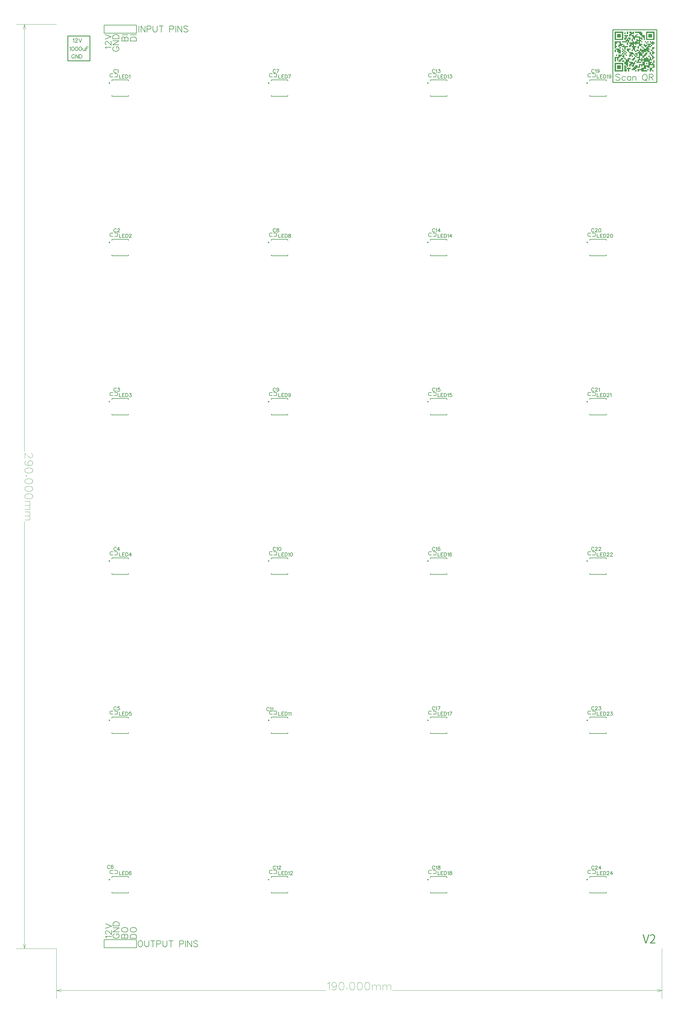
<source format=gto>
G04 Layer: TopSilkscreenLayer*
G04 EasyEDA v6.5.34, 2023-09-21 20:05:10*
G04 25a6d9880ab04e118feb333d8ddcd0f2,9bdec9015a8d4a8fb4e1132389f24c00,10*
G04 Gerber Generator version 0.2*
G04 Scale: 100 percent, Rotated: No, Reflected: No *
G04 Dimensions in millimeters *
G04 leading zeros omitted , absolute positions ,4 integer and 5 decimal *
%FSLAX45Y45*%
%MOMM*%

%ADD10C,0.2032*%
%ADD11C,0.1016*%
%ADD12C,0.1524*%
%ADD13C,0.2030*%
%ADD14C,0.2500*%
%ADD15C,0.2540*%
%ADD16C,0.0103*%

%LPD*%
G36*
X18024957Y29274922D02*
G01*
X18024957Y29235806D01*
X18251982Y29235806D01*
X18251982Y29047897D01*
X18064124Y29047897D01*
X18064124Y29235806D01*
X18024957Y29235806D01*
X18024957Y29008781D01*
X18291149Y29008781D01*
X18291149Y29274922D01*
G37*
G36*
X18403366Y29274922D02*
G01*
X18403366Y29197960D01*
X18442482Y29197960D01*
X18442482Y29274922D01*
G37*
G36*
X18479008Y29274922D02*
G01*
X18479008Y29235806D01*
X18516854Y29235806D01*
X18516854Y29199281D01*
X18479008Y29199281D01*
X18479008Y29122268D01*
X18518174Y29122268D01*
X18518174Y29160114D01*
X18554700Y29160114D01*
X18554700Y29122268D01*
X18592546Y29122268D01*
X18592546Y29047897D01*
X18554700Y29047897D01*
X18554700Y28972205D01*
X18593866Y28972205D01*
X18593866Y29046627D01*
X18630392Y29046627D01*
X18630392Y29008781D01*
X18669508Y29008781D01*
X18669508Y29084422D01*
X18781725Y29084422D01*
X18781725Y29046627D01*
X18857417Y29046627D01*
X18857417Y29010051D01*
X18820892Y29010051D01*
X18820892Y29046627D01*
X18781725Y29046627D01*
X18781725Y29010051D01*
X18745200Y29010051D01*
X18745200Y29047897D01*
X18706084Y29047897D01*
X18706084Y28972205D01*
X18668238Y28972205D01*
X18668238Y28970935D01*
X18781725Y28970935D01*
X18781725Y28934410D01*
X18745200Y28934410D01*
X18745200Y28970935D01*
X18668238Y28970935D01*
X18668238Y28934410D01*
X18631712Y28934410D01*
X18631712Y28972205D01*
X18554700Y28972205D01*
X18554700Y28970935D01*
X18592546Y28970935D01*
X18592546Y28934410D01*
X18480328Y28934410D01*
X18480328Y29008781D01*
X18518174Y29008781D01*
X18518174Y29085743D01*
X18441212Y29085743D01*
X18441212Y29047897D01*
X18404636Y29047897D01*
X18404636Y29122268D01*
X18442482Y29122268D01*
X18442482Y29161435D01*
X18327674Y29161435D01*
X18327674Y29122268D01*
X18365520Y29122268D01*
X18365520Y29085743D01*
X18327674Y29085743D01*
X18327674Y29046627D01*
X18479008Y29046627D01*
X18479008Y29010051D01*
X18442482Y29010051D01*
X18442482Y29046627D01*
X18403366Y29046627D01*
X18403366Y29010051D01*
X18366841Y29010051D01*
X18366841Y29046627D01*
X18327674Y29046627D01*
X18327674Y29008781D01*
X18365520Y29008781D01*
X18365520Y28972205D01*
X18251982Y28972205D01*
X18251982Y28970935D01*
X18441212Y28970935D01*
X18441212Y28934410D01*
X18404636Y28934410D01*
X18404636Y28970935D01*
X18251982Y28970935D01*
X18251982Y28933089D01*
X18403366Y28933089D01*
X18403366Y28857397D01*
X18442482Y28857397D01*
X18442482Y28933089D01*
X18479008Y28933089D01*
X18479008Y28895243D01*
X18668238Y28895243D01*
X18668238Y28857397D01*
X18707354Y28857397D01*
X18707354Y28895243D01*
X18781725Y28895243D01*
X18781725Y28820872D01*
X18743879Y28820872D01*
X18743879Y28743910D01*
X18783046Y28743910D01*
X18783046Y28819551D01*
X18857417Y28819551D01*
X18857417Y28781705D01*
X18895263Y28781705D01*
X18895263Y28743910D01*
X18933109Y28743910D01*
X18933109Y28707334D01*
X18858738Y28707334D01*
X18858738Y28745180D01*
X18819571Y28745180D01*
X18819571Y28669538D01*
X18783046Y28669538D01*
X18783046Y28707334D01*
X18706084Y28707334D01*
X18706084Y28669538D01*
X18669508Y28669538D01*
X18669508Y28781705D01*
X18707354Y28781705D01*
X18707354Y28820872D01*
X18631712Y28820872D01*
X18631712Y28895243D01*
X18516854Y28895243D01*
X18516854Y28858718D01*
X18479008Y28858718D01*
X18479008Y28857397D01*
X18592546Y28857397D01*
X18592546Y28820872D01*
X18556020Y28820872D01*
X18556020Y28857397D01*
X18479008Y28857397D01*
X18479008Y28781705D01*
X18518174Y28781705D01*
X18518174Y28819551D01*
X18554700Y28819551D01*
X18554700Y28781705D01*
X18592546Y28781705D01*
X18592546Y28707334D01*
X18554700Y28707334D01*
X18554700Y28668218D01*
X18593866Y28668218D01*
X18593866Y28706064D01*
X18630392Y28706064D01*
X18630392Y28668218D01*
X18668238Y28668218D01*
X18668238Y28630372D01*
X18707354Y28630372D01*
X18707354Y28668218D01*
X19046596Y28668218D01*
X19046596Y28631692D01*
X19010071Y28631692D01*
X19010071Y28668218D01*
X18857417Y28668218D01*
X18857417Y28631692D01*
X18820892Y28631692D01*
X18820892Y28668218D01*
X18781725Y28668218D01*
X18781725Y28631692D01*
X18743879Y28631692D01*
X18743879Y28630372D01*
X18895263Y28630372D01*
X18895263Y28593846D01*
X18858738Y28593846D01*
X18858738Y28630372D01*
X18743879Y28630372D01*
X18743879Y28593846D01*
X18668238Y28593846D01*
X18668238Y28556000D01*
X18631712Y28556000D01*
X18631712Y28593846D01*
X18593866Y28593846D01*
X18593866Y28631692D01*
X18480328Y28631692D01*
X18480328Y28706064D01*
X18518174Y28706064D01*
X18518174Y28745180D01*
X18403366Y28745180D01*
X18403366Y28668218D01*
X18441212Y28668218D01*
X18441212Y28630372D01*
X18479008Y28630372D01*
X18479008Y28592526D01*
X18516854Y28592526D01*
X18516854Y28556000D01*
X18479008Y28556000D01*
X18479008Y28479038D01*
X18518174Y28479038D01*
X18518174Y28516834D01*
X18554700Y28516834D01*
X18554700Y28479038D01*
X18593866Y28479038D01*
X18593866Y28518154D01*
X18556020Y28518154D01*
X18556020Y28554680D01*
X18706084Y28554680D01*
X18706084Y28518154D01*
X18669508Y28518154D01*
X18669508Y28554680D01*
X18630392Y28554680D01*
X18630392Y28516834D01*
X18668238Y28516834D01*
X18668238Y28480308D01*
X18707354Y28480308D01*
X18707354Y28516834D01*
X18745200Y28516834D01*
X18745200Y28592526D01*
X18781725Y28592526D01*
X18781725Y28518154D01*
X18896584Y28518154D01*
X18896584Y28592526D01*
X18934430Y28592526D01*
X18934430Y28630372D01*
X19008801Y28630372D01*
X19008801Y28593846D01*
X18970955Y28593846D01*
X18970955Y28556000D01*
X18933109Y28556000D01*
X18933109Y28518154D01*
X18781725Y28518154D01*
X18781725Y28516834D01*
X18895263Y28516834D01*
X18895263Y28442462D01*
X18934430Y28442462D01*
X18934430Y28479038D01*
X18972225Y28479038D01*
X18972225Y28516834D01*
X19010071Y28516834D01*
X19010071Y28554680D01*
X19047917Y28554680D01*
X19047917Y28630372D01*
X19122288Y28630372D01*
X19122288Y28554680D01*
X19160134Y28554680D01*
X19160134Y28516834D01*
X19197980Y28516834D01*
X19197980Y28404616D01*
X19161455Y28404616D01*
X19161455Y28480308D01*
X19123609Y28480308D01*
X19123609Y28518154D01*
X19084442Y28518154D01*
X19084442Y28479038D01*
X19122288Y28479038D01*
X19122288Y28404616D01*
X19085763Y28404616D01*
X19085763Y28442462D01*
X19047917Y28442462D01*
X19047917Y28480308D01*
X19008801Y28480308D01*
X19008801Y28442462D01*
X18857417Y28442462D01*
X18857417Y28441192D01*
X18933109Y28441192D01*
X18933109Y28404616D01*
X18896584Y28404616D01*
X18896584Y28441192D01*
X18857417Y28441192D01*
X18857417Y28404616D01*
X18820892Y28404616D01*
X18820892Y28516834D01*
X18781725Y28516834D01*
X18781725Y28480308D01*
X18630392Y28480308D01*
X18630392Y28442462D01*
X18592546Y28442462D01*
X18592546Y28404616D01*
X18554700Y28404616D01*
X18554700Y28365500D01*
X18631712Y28365500D01*
X18631712Y28403346D01*
X18669508Y28403346D01*
X18669508Y28479038D01*
X18706084Y28479038D01*
X18706084Y28441192D01*
X18781725Y28441192D01*
X18781725Y28404616D01*
X18743879Y28404616D01*
X18743879Y28365500D01*
X18933109Y28365500D01*
X18933109Y28328975D01*
X18896584Y28328975D01*
X18896584Y28365500D01*
X18857417Y28365500D01*
X18857417Y28328975D01*
X18783046Y28328975D01*
X18783046Y28365500D01*
X18743879Y28365500D01*
X18743879Y28328975D01*
X18707354Y28328975D01*
X18707354Y28366821D01*
X18668238Y28366821D01*
X18668238Y28328975D01*
X18630392Y28328975D01*
X18630392Y28291129D01*
X18593866Y28291129D01*
X18593866Y28328975D01*
X18480328Y28328975D01*
X18480328Y28403346D01*
X18518174Y28403346D01*
X18518174Y28442462D01*
X18441212Y28442462D01*
X18441212Y28404616D01*
X18366841Y28404616D01*
X18366841Y28442462D01*
X18328995Y28442462D01*
X18328995Y28554680D01*
X18365520Y28554680D01*
X18365520Y28516834D01*
X18404636Y28516834D01*
X18404636Y28556000D01*
X18366841Y28556000D01*
X18366841Y28592526D01*
X18404636Y28592526D01*
X18404636Y28631692D01*
X18366841Y28631692D01*
X18366841Y28669538D01*
X18328995Y28669538D01*
X18328995Y28706064D01*
X18366841Y28706064D01*
X18366841Y28781705D01*
X18442482Y28781705D01*
X18442482Y28820872D01*
X18328995Y28820872D01*
X18328995Y28858718D01*
X18291149Y28858718D01*
X18291149Y28896564D01*
X18215457Y28896564D01*
X18215457Y28972205D01*
X18024957Y28972205D01*
X18024957Y28745180D01*
X18064124Y28745180D01*
X18064124Y28781705D01*
X18101970Y28781705D01*
X18101970Y28820872D01*
X18064124Y28820872D01*
X18064124Y28895243D01*
X18101970Y28895243D01*
X18101970Y28933089D01*
X18176341Y28933089D01*
X18176341Y28858718D01*
X18138495Y28858718D01*
X18138495Y28857397D01*
X18289828Y28857397D01*
X18289828Y28820872D01*
X18253303Y28820872D01*
X18253303Y28857397D01*
X18138495Y28857397D01*
X18138495Y28781705D01*
X18176341Y28781705D01*
X18176341Y28745180D01*
X18024957Y28745180D01*
X18024957Y28743910D01*
X18062803Y28743910D01*
X18062803Y28707334D01*
X18024957Y28707334D01*
X18024957Y28630372D01*
X18064124Y28630372D01*
X18064124Y28706064D01*
X18100649Y28706064D01*
X18100649Y28630372D01*
X18138495Y28630372D01*
X18138495Y28592526D01*
X18215457Y28592526D01*
X18215457Y28707334D01*
X18177611Y28707334D01*
X18177611Y28743910D01*
X18215457Y28743910D01*
X18215457Y28783026D01*
X18177611Y28783026D01*
X18177611Y28819551D01*
X18251982Y28819551D01*
X18251982Y28781705D01*
X18327674Y28781705D01*
X18327674Y28707334D01*
X18291149Y28707334D01*
X18291149Y28745180D01*
X18251982Y28745180D01*
X18251982Y28706064D01*
X18289828Y28706064D01*
X18289828Y28669538D01*
X18251982Y28669538D01*
X18251982Y28668218D01*
X18327674Y28668218D01*
X18327674Y28631692D01*
X18291149Y28631692D01*
X18291149Y28668218D01*
X18251982Y28668218D01*
X18251982Y28630372D01*
X18365520Y28630372D01*
X18365520Y28593846D01*
X18328995Y28593846D01*
X18328995Y28630372D01*
X18289828Y28630372D01*
X18289828Y28593846D01*
X18251982Y28593846D01*
X18251982Y28592526D01*
X18327674Y28592526D01*
X18327674Y28556000D01*
X18291149Y28556000D01*
X18291149Y28592526D01*
X18251982Y28592526D01*
X18251982Y28556000D01*
X18138495Y28556000D01*
X18138495Y28554680D01*
X18289828Y28554680D01*
X18289828Y28518154D01*
X18253303Y28518154D01*
X18253303Y28554680D01*
X18138495Y28554680D01*
X18138495Y28480308D01*
X18024957Y28480308D01*
X18024957Y28327654D01*
X18064124Y28327654D01*
X18064124Y28441192D01*
X18100649Y28441192D01*
X18100649Y28366821D01*
X18139765Y28366821D01*
X18139765Y28441192D01*
X18177611Y28441192D01*
X18177611Y28479038D01*
X18215457Y28479038D01*
X18215457Y28516834D01*
X18251982Y28516834D01*
X18251982Y28479038D01*
X18289828Y28479038D01*
X18289828Y28442462D01*
X18214136Y28442462D01*
X18214136Y28404616D01*
X18176341Y28404616D01*
X18176341Y28366821D01*
X18253303Y28366821D01*
X18253303Y28403346D01*
X18291149Y28403346D01*
X18291149Y28441192D01*
X18327674Y28441192D01*
X18327674Y28403346D01*
X18365520Y28403346D01*
X18365520Y28328975D01*
X18328995Y28328975D01*
X18328995Y28366821D01*
X18100649Y28366821D01*
X18100649Y28365500D01*
X18138495Y28365500D01*
X18138495Y28327654D01*
X18215457Y28327654D01*
X18215457Y28365500D01*
X18251982Y28365500D01*
X18251982Y28327654D01*
X18327674Y28327654D01*
X18327674Y28251962D01*
X18365520Y28251962D01*
X18365520Y28215437D01*
X18327674Y28215437D01*
X18327674Y28214116D01*
X18403366Y28214116D01*
X18403366Y28177591D01*
X18366841Y28177591D01*
X18366841Y28214116D01*
X18327674Y28214116D01*
X18327674Y28138475D01*
X18403366Y28138475D01*
X18403366Y28101950D01*
X18366841Y28101950D01*
X18366841Y28138475D01*
X18327674Y28138475D01*
X18327674Y28024937D01*
X18404636Y28024937D01*
X18404636Y28100629D01*
X18441212Y28100629D01*
X18441212Y28024937D01*
X18480328Y28024937D01*
X18480328Y28100629D01*
X18518174Y28100629D01*
X18518174Y28139745D01*
X18404636Y28139745D01*
X18404636Y28176321D01*
X18442482Y28176321D01*
X18442482Y28327654D01*
X18479008Y28327654D01*
X18479008Y28289808D01*
X18516854Y28289808D01*
X18516854Y28253283D01*
X18479008Y28253283D01*
X18479008Y28251962D01*
X18592546Y28251962D01*
X18592546Y28215437D01*
X18556020Y28215437D01*
X18556020Y28251962D01*
X18479008Y28251962D01*
X18479008Y28176321D01*
X18518174Y28176321D01*
X18518174Y28214116D01*
X18554700Y28214116D01*
X18554700Y28177591D01*
X18631712Y28177591D01*
X18631712Y28251962D01*
X18669508Y28251962D01*
X18669508Y28327654D01*
X18706084Y28327654D01*
X18706084Y28289808D01*
X18858738Y28289808D01*
X18858738Y28327654D01*
X19084442Y28327654D01*
X19084442Y28289808D01*
X19197980Y28289808D01*
X19197980Y28253283D01*
X19161455Y28253283D01*
X19161455Y28289808D01*
X19084442Y28289808D01*
X19084442Y28215437D01*
X18972225Y28215437D01*
X18972225Y28327654D01*
X18895263Y28327654D01*
X18895263Y28253283D01*
X18781725Y28253283D01*
X18781725Y28177591D01*
X18745200Y28177591D01*
X18745200Y28215437D01*
X18668238Y28215437D01*
X18668238Y28177591D01*
X18554700Y28177591D01*
X18554700Y28176321D01*
X18630392Y28176321D01*
X18630392Y28139745D01*
X18592546Y28139745D01*
X18592546Y28101950D01*
X18554700Y28101950D01*
X18554700Y28062783D01*
X18668238Y28062783D01*
X18668238Y28024937D01*
X18707354Y28024937D01*
X18707354Y28064104D01*
X18669508Y28064104D01*
X18669508Y28100629D01*
X18707354Y28100629D01*
X18707354Y28138475D01*
X18820892Y28138475D01*
X18820892Y28214116D01*
X18857417Y28214116D01*
X18857417Y28176321D01*
X18896584Y28176321D01*
X18896584Y28214116D01*
X19235826Y28214116D01*
X19235826Y28177591D01*
X19197980Y28177591D01*
X19197980Y28139745D01*
X19123609Y28139745D01*
X19123609Y28214116D01*
X18933109Y28214116D01*
X18933109Y28139745D01*
X18857417Y28139745D01*
X18857417Y28101950D01*
X18743879Y28101950D01*
X18743879Y28024937D01*
X18783046Y28024937D01*
X18783046Y28062783D01*
X18857417Y28062783D01*
X18857417Y28024937D01*
X19047917Y28024937D01*
X19047917Y28062783D01*
X19085763Y28062783D01*
X19085763Y28101950D01*
X19046596Y28101950D01*
X19046596Y28064104D01*
X18934430Y28064104D01*
X18934430Y28100629D01*
X19010071Y28100629D01*
X19010071Y28176321D01*
X19046596Y28176321D01*
X19046596Y28138475D01*
X19122288Y28138475D01*
X19122288Y28024937D01*
X19161455Y28024937D01*
X19161455Y28062783D01*
X19197980Y28062783D01*
X19197980Y28024937D01*
X19237096Y28024937D01*
X19237096Y28064104D01*
X19199301Y28064104D01*
X19199301Y28138475D01*
X19274942Y28138475D01*
X19274942Y28253283D01*
X19237096Y28253283D01*
X19237096Y28289808D01*
X19274942Y28289808D01*
X19274942Y28366821D01*
X19235826Y28366821D01*
X19235826Y28291129D01*
X19199301Y28291129D01*
X19199301Y28328975D01*
X19123609Y28328975D01*
X19123609Y28365500D01*
X19199301Y28365500D01*
X19199301Y28403346D01*
X19237096Y28403346D01*
X19237096Y28441192D01*
X19274942Y28441192D01*
X19274942Y28480308D01*
X19237096Y28480308D01*
X19237096Y28518154D01*
X19199301Y28518154D01*
X19199301Y28554680D01*
X19237096Y28554680D01*
X19237096Y28592526D01*
X19274942Y28592526D01*
X19274942Y28631692D01*
X19237096Y28631692D01*
X19237096Y28669538D01*
X19199301Y28669538D01*
X19199301Y28706064D01*
X19237096Y28706064D01*
X19237096Y28743910D01*
X19274942Y28743910D01*
X19274942Y28783026D01*
X19197980Y28783026D01*
X19197980Y28707334D01*
X19160134Y28707334D01*
X19160134Y28668218D01*
X19197980Y28668218D01*
X19197980Y28556000D01*
X19161455Y28556000D01*
X19161455Y28631692D01*
X19123609Y28631692D01*
X19123609Y28669538D01*
X19085763Y28669538D01*
X19085763Y28706064D01*
X19123609Y28706064D01*
X19123609Y28745180D01*
X19085763Y28745180D01*
X19085763Y28781705D01*
X19161455Y28781705D01*
X19161455Y28819551D01*
X19199301Y28819551D01*
X19199301Y28857397D01*
X19237096Y28857397D01*
X19237096Y28895243D01*
X19274942Y28895243D01*
X19274942Y28934410D01*
X19237096Y28934410D01*
X19237096Y28972205D01*
X19197980Y28972205D01*
X19197980Y28934410D01*
X19161455Y28934410D01*
X19161455Y28972205D01*
X19122288Y28972205D01*
X19122288Y28933089D01*
X19160134Y28933089D01*
X19160134Y28896564D01*
X19047917Y28896564D01*
X19047917Y28933089D01*
X19085763Y28933089D01*
X19085763Y28972205D01*
X19046596Y28972205D01*
X19046596Y28934410D01*
X19010071Y28934410D01*
X19010071Y28972205D01*
X18970955Y28972205D01*
X18970955Y28933089D01*
X19008801Y28933089D01*
X19008801Y28895243D01*
X19197980Y28895243D01*
X19197980Y28858718D01*
X19161455Y28858718D01*
X19161455Y28895243D01*
X19046596Y28895243D01*
X19046596Y28858718D01*
X18972225Y28858718D01*
X18972225Y28896564D01*
X18933109Y28896564D01*
X18933109Y28857397D01*
X19160134Y28857397D01*
X19160134Y28820872D01*
X19123609Y28820872D01*
X19123609Y28857397D01*
X19084442Y28857397D01*
X19084442Y28820872D01*
X19047917Y28820872D01*
X19047917Y28857397D01*
X18933109Y28857397D01*
X18933109Y28819551D01*
X19046596Y28819551D01*
X19046596Y28783026D01*
X19010071Y28783026D01*
X19010071Y28819551D01*
X18970955Y28819551D01*
X18970955Y28781705D01*
X19008801Y28781705D01*
X19008801Y28745180D01*
X18934430Y28745180D01*
X18934430Y28783026D01*
X18896584Y28783026D01*
X18896584Y28820872D01*
X18858738Y28820872D01*
X18858738Y28857397D01*
X18896584Y28857397D01*
X18896584Y28896564D01*
X18820892Y28896564D01*
X18820892Y28970935D01*
X18857417Y28970935D01*
X18857417Y28933089D01*
X18896584Y28933089D01*
X18896584Y28972205D01*
X18858738Y28972205D01*
X18858738Y29008781D01*
X18896584Y29008781D01*
X18896584Y29084422D01*
X18933109Y29084422D01*
X18933109Y29008781D01*
X18972225Y29008781D01*
X18972225Y29161435D01*
X18896584Y29161435D01*
X18896584Y29237127D01*
X18858738Y29237127D01*
X18858738Y29274922D01*
X18668238Y29274922D01*
X18668238Y29235806D01*
X18781725Y29235806D01*
X18781725Y29197960D01*
X18819571Y29197960D01*
X18819571Y29160114D01*
X18857417Y29160114D01*
X18857417Y29122268D01*
X18895263Y29122268D01*
X18895263Y29085743D01*
X18820892Y29085743D01*
X18820892Y29123589D01*
X18707354Y29123589D01*
X18707354Y29160114D01*
X18745200Y29160114D01*
X18745200Y29199281D01*
X18706084Y29199281D01*
X18706084Y29161435D01*
X18668238Y29161435D01*
X18668238Y29123589D01*
X18631712Y29123589D01*
X18631712Y29161435D01*
X18556020Y29161435D01*
X18556020Y29197960D01*
X18631712Y29197960D01*
X18631712Y29274922D01*
X18592546Y29274922D01*
X18592546Y29237127D01*
X18556020Y29237127D01*
X18556020Y29274922D01*
G37*
G36*
X19008801Y29274922D02*
G01*
X19008801Y29235806D01*
X19235826Y29235806D01*
X19235826Y29047897D01*
X19047917Y29047897D01*
X19047917Y29235806D01*
X19008801Y29235806D01*
X19008801Y29008781D01*
X19274942Y29008781D01*
X19274942Y29274922D01*
G37*
G36*
X18327674Y29237127D02*
G01*
X18327674Y29197960D01*
X18366841Y29197960D01*
X18366841Y29237127D01*
G37*
G36*
X18100649Y29199281D02*
G01*
X18100649Y29084422D01*
X18215457Y29084422D01*
X18215457Y29199281D01*
G37*
G36*
X19084442Y29199281D02*
G01*
X19084442Y29084422D01*
X19199301Y29084422D01*
X19199301Y29199281D01*
G37*
G36*
X18062803Y28556000D02*
G01*
X18062803Y28516834D01*
X18101970Y28516834D01*
X18101970Y28556000D01*
G37*
G36*
X18024957Y28291129D02*
G01*
X18024957Y28251962D01*
X18251982Y28251962D01*
X18251982Y28064104D01*
X18064124Y28064104D01*
X18064124Y28251962D01*
X18024957Y28251962D01*
X18024957Y28024937D01*
X18291149Y28024937D01*
X18291149Y28291129D01*
G37*
G36*
X19008801Y28291129D02*
G01*
X19008801Y28251962D01*
X19047917Y28251962D01*
X19047917Y28291129D01*
G37*
G36*
X18100649Y28215437D02*
G01*
X18100649Y28100629D01*
X18215457Y28100629D01*
X18215457Y28215437D01*
G37*
G36*
X19210832Y944371D02*
G01*
X19204482Y944168D01*
X19198336Y943610D01*
X19192443Y942695D01*
X19186753Y941425D01*
X19181216Y939800D01*
X19175882Y937869D01*
X19170751Y935634D01*
X19165722Y933043D01*
X19160896Y930249D01*
X19156121Y927150D01*
X19147028Y920140D01*
X19142608Y916330D01*
X19134023Y907948D01*
X19129806Y903478D01*
X19147840Y885952D01*
X19156172Y894842D01*
X19160591Y898956D01*
X19165214Y902766D01*
X19169989Y906271D01*
X19174866Y909421D01*
X19179946Y912164D01*
X19185128Y914552D01*
X19190462Y916432D01*
X19195948Y917803D01*
X19201536Y918667D01*
X19207276Y918971D01*
X19213830Y918667D01*
X19219976Y917854D01*
X19225666Y916482D01*
X19230898Y914603D01*
X19235674Y912266D01*
X19240042Y909472D01*
X19243954Y906221D01*
X19247408Y902563D01*
X19250507Y898499D01*
X19253149Y894130D01*
X19255333Y889406D01*
X19257162Y884377D01*
X19258584Y879043D01*
X19259550Y873455D01*
X19260159Y867613D01*
X19260362Y861568D01*
X19259956Y853389D01*
X19258889Y845108D01*
X19257010Y836625D01*
X19254368Y827938D01*
X19250964Y819099D01*
X19246799Y810006D01*
X19241770Y800709D01*
X19235978Y791159D01*
X19229374Y781354D01*
X19221958Y771245D01*
X19213677Y760882D01*
X19204584Y750265D01*
X19194627Y739292D01*
X19183756Y727964D01*
X19172072Y716330D01*
X19159474Y704342D01*
X19145961Y691946D01*
X19131584Y679196D01*
X19131584Y660400D01*
X19304304Y660400D01*
X19304304Y687070D01*
X19218656Y687019D01*
X19207378Y686765D01*
X19189903Y685800D01*
X19178574Y684784D01*
X19200317Y705866D01*
X19210528Y716280D01*
X19220180Y726541D01*
X19229324Y736701D01*
X19237909Y746810D01*
X19245935Y756818D01*
X19253403Y766724D01*
X19260210Y776579D01*
X19266408Y786333D01*
X19271996Y796086D01*
X19276872Y805738D01*
X19281038Y815340D01*
X19284492Y824890D01*
X19287236Y834440D01*
X19289217Y843940D01*
X19290436Y853389D01*
X19290842Y862837D01*
X19290690Y868883D01*
X19290182Y874776D01*
X19289420Y880465D01*
X19288353Y886002D01*
X19286982Y891286D01*
X19285305Y896366D01*
X19283324Y901242D01*
X19281089Y905865D01*
X19278549Y910285D01*
X19275806Y914450D01*
X19272707Y918413D01*
X19269405Y922070D01*
X19265798Y925525D01*
X19261988Y928674D01*
X19257924Y931570D01*
X19253555Y934161D01*
X19249034Y936498D01*
X19244208Y938580D01*
X19239179Y940308D01*
X19233946Y941730D01*
X19228460Y942898D01*
X19222821Y943711D01*
X19216928Y944219D01*
G37*
G36*
X18899174Y939292D02*
G01*
X18988836Y660400D01*
X19024904Y660400D01*
X19114058Y939292D01*
X19082054Y939292D01*
X19030391Y767334D01*
X19015506Y716737D01*
X19008140Y693166D01*
X19006616Y693166D01*
X18999200Y716737D01*
X18979184Y785368D01*
X18932448Y939292D01*
G37*
D10*
X2061885Y28739993D02*
G01*
X2052741Y28758535D01*
X2025055Y28786221D01*
X2218857Y28786221D01*
X2071029Y28856325D02*
G01*
X2061885Y28856325D01*
X2043343Y28865469D01*
X2034199Y28874867D01*
X2025055Y28893155D01*
X2025055Y28930239D01*
X2034199Y28948781D01*
X2043343Y28957925D01*
X2061885Y28967069D01*
X2080427Y28967069D01*
X2098715Y28957925D01*
X2126655Y28939383D01*
X2218857Y28847181D01*
X2218857Y28976467D01*
X2025055Y29037427D02*
G01*
X2218857Y29111341D01*
X2025055Y29185255D02*
G01*
X2218857Y29111341D01*
X2311181Y28798527D02*
G01*
X2292639Y28789129D01*
X2274097Y28770841D01*
X2264953Y28752299D01*
X2264953Y28715469D01*
X2274097Y28696927D01*
X2292639Y28678385D01*
X2311181Y28669241D01*
X2338867Y28659843D01*
X2385095Y28659843D01*
X2412781Y28669241D01*
X2431323Y28678385D01*
X2449611Y28696927D01*
X2459009Y28715469D01*
X2459009Y28752299D01*
X2449611Y28770841D01*
X2431323Y28789129D01*
X2412781Y28798527D01*
X2385095Y28798527D01*
X2385095Y28752299D02*
G01*
X2385095Y28798527D01*
X2264953Y28859487D02*
G01*
X2459009Y28859487D01*
X2264953Y28859487D02*
G01*
X2459009Y28988773D01*
X2264953Y28988773D02*
G01*
X2459009Y28988773D01*
X2264953Y29049733D02*
G01*
X2459009Y29049733D01*
X2264953Y29049733D02*
G01*
X2264953Y29114249D01*
X2274097Y29142189D01*
X2292639Y29160477D01*
X2311181Y29169875D01*
X2338867Y29179019D01*
X2385095Y29179019D01*
X2412781Y29169875D01*
X2431323Y29160477D01*
X2449611Y29142189D01*
X2459009Y29114249D01*
X2459009Y29049733D01*
X2554952Y28980005D02*
G01*
X2749008Y28980005D01*
X2554952Y28980005D02*
G01*
X2554952Y29063063D01*
X2564096Y29090749D01*
X2573494Y29099893D01*
X2591782Y29109291D01*
X2610324Y29109291D01*
X2628866Y29099893D01*
X2638010Y29090749D01*
X2647408Y29063063D01*
X2647408Y28980005D02*
G01*
X2647408Y29063063D01*
X2656552Y29090749D01*
X2665696Y29099893D01*
X2684238Y29109291D01*
X2711924Y29109291D01*
X2730466Y29099893D01*
X2739610Y29090749D01*
X2749008Y29063063D01*
X2749008Y28980005D01*
X2554952Y29170251D02*
G01*
X2749008Y29170251D01*
X2814952Y28979848D02*
G01*
X3009008Y28979848D01*
X2814952Y28979848D02*
G01*
X2814952Y29044618D01*
X2824096Y29072304D01*
X2842638Y29090846D01*
X2861180Y29099990D01*
X2888866Y29109134D01*
X2935094Y29109134D01*
X2962780Y29099990D01*
X2981322Y29090846D01*
X2999610Y29072304D01*
X3009008Y29044618D01*
X3009008Y28979848D01*
X2814952Y29170094D02*
G01*
X3009008Y29170094D01*
X2071885Y830049D02*
G01*
X2062741Y848591D01*
X2035055Y876277D01*
X2228857Y876277D01*
X2081029Y946381D02*
G01*
X2071885Y946381D01*
X2053343Y955525D01*
X2044199Y964923D01*
X2035055Y983211D01*
X2035055Y1020295D01*
X2044199Y1038837D01*
X2053343Y1047981D01*
X2071885Y1057125D01*
X2090427Y1057125D01*
X2108715Y1047981D01*
X2136655Y1029439D01*
X2228857Y937237D01*
X2228857Y1066523D01*
X2035055Y1127483D02*
G01*
X2228857Y1201397D01*
X2035055Y1275311D02*
G01*
X2228857Y1201397D01*
X2321181Y958583D02*
G01*
X2302639Y949185D01*
X2284097Y930897D01*
X2274953Y912355D01*
X2274953Y875525D01*
X2284097Y856983D01*
X2302639Y838441D01*
X2321181Y829297D01*
X2348867Y819899D01*
X2395095Y819899D01*
X2422781Y829297D01*
X2441323Y838441D01*
X2459611Y856983D01*
X2469009Y875525D01*
X2469009Y912355D01*
X2459611Y930897D01*
X2441323Y949185D01*
X2422781Y958583D01*
X2395095Y958583D01*
X2395095Y912355D02*
G01*
X2395095Y958583D01*
X2274953Y1019543D02*
G01*
X2469009Y1019543D01*
X2274953Y1019543D02*
G01*
X2469009Y1148829D01*
X2274953Y1148829D02*
G01*
X2469009Y1148829D01*
X2274953Y1209789D02*
G01*
X2469009Y1209789D01*
X2274953Y1209789D02*
G01*
X2274953Y1274305D01*
X2284097Y1302245D01*
X2302639Y1320533D01*
X2321181Y1329931D01*
X2348867Y1339075D01*
X2395095Y1339075D01*
X2422781Y1329931D01*
X2441323Y1320533D01*
X2459611Y1302245D01*
X2469009Y1274305D01*
X2469009Y1209789D01*
X2544848Y820061D02*
G01*
X2738904Y820061D01*
X2544848Y820061D02*
G01*
X2544848Y903119D01*
X2554246Y930805D01*
X2563390Y939949D01*
X2581932Y949347D01*
X2600474Y949347D01*
X2618762Y939949D01*
X2628160Y930805D01*
X2637304Y903119D01*
X2637304Y820061D02*
G01*
X2637304Y903119D01*
X2646448Y930805D01*
X2655846Y939949D01*
X2674134Y949347D01*
X2702074Y949347D01*
X2720362Y939949D01*
X2729760Y930805D01*
X2738904Y903119D01*
X2738904Y820061D01*
X2544848Y1065679D02*
G01*
X2554246Y1047137D01*
X2572534Y1028849D01*
X2591076Y1019451D01*
X2618762Y1010307D01*
X2664990Y1010307D01*
X2692676Y1019451D01*
X2711218Y1028849D01*
X2729760Y1047137D01*
X2738904Y1065679D01*
X2738904Y1102509D01*
X2729760Y1121051D01*
X2711218Y1139593D01*
X2692676Y1148737D01*
X2664990Y1158135D01*
X2618762Y1158135D01*
X2591076Y1148737D01*
X2572534Y1139593D01*
X2554246Y1121051D01*
X2544848Y1102509D01*
X2544848Y1065679D01*
X2814848Y820064D02*
G01*
X3008904Y820064D01*
X2814848Y820064D02*
G01*
X2814848Y884580D01*
X2824246Y912266D01*
X2842534Y930808D01*
X2861076Y939952D01*
X2888762Y949350D01*
X2934990Y949350D01*
X2962676Y939952D01*
X2981218Y930808D01*
X2999760Y912266D01*
X3008904Y884580D01*
X3008904Y820064D01*
X2814848Y1065682D02*
G01*
X2824246Y1047140D01*
X2842534Y1028852D01*
X2861076Y1019454D01*
X2888762Y1010310D01*
X2934990Y1010310D01*
X2962676Y1019454D01*
X2981218Y1028852D01*
X2999760Y1047140D01*
X3008904Y1065682D01*
X3008904Y1102512D01*
X2999760Y1121054D01*
X2981218Y1139596D01*
X2962676Y1148740D01*
X2934990Y1158138D01*
X2888762Y1158138D01*
X2861076Y1148740D01*
X2842534Y1139596D01*
X2824246Y1121054D01*
X2814848Y1102512D01*
X2814848Y1065682D01*
D11*
X499998Y-816541D02*
G01*
X8951653Y-816541D01*
X11048306Y-816541D02*
G01*
X19499961Y-816541D01*
X652398Y-854641D02*
G01*
X499998Y-816541D01*
X652398Y-778441D01*
X19347561Y-854641D02*
G01*
X19499961Y-816541D01*
X19347561Y-778441D01*
X9002522Y-606297D02*
G01*
X9025636Y-594868D01*
X9060179Y-560323D01*
X9060179Y-802639D01*
X9286493Y-641095D02*
G01*
X9274809Y-675639D01*
X9251950Y-698754D01*
X9217152Y-710437D01*
X9205722Y-710437D01*
X9170924Y-698754D01*
X9147809Y-675639D01*
X9136379Y-641095D01*
X9136379Y-629412D01*
X9147809Y-594868D01*
X9170924Y-571754D01*
X9205722Y-560323D01*
X9217152Y-560323D01*
X9251950Y-571754D01*
X9274809Y-594868D01*
X9286493Y-641095D01*
X9286493Y-698754D01*
X9274809Y-756412D01*
X9251950Y-791210D01*
X9217152Y-802639D01*
X9194038Y-802639D01*
X9159493Y-791210D01*
X9147809Y-768095D01*
X9432036Y-560323D02*
G01*
X9397238Y-571754D01*
X9374124Y-606297D01*
X9362693Y-664210D01*
X9362693Y-698754D01*
X9374124Y-756412D01*
X9397238Y-791210D01*
X9432036Y-802639D01*
X9455150Y-802639D01*
X9489693Y-791210D01*
X9512808Y-756412D01*
X9524238Y-698754D01*
X9524238Y-664210D01*
X9512808Y-606297D01*
X9489693Y-571754D01*
X9455150Y-560323D01*
X9432036Y-560323D01*
X9612122Y-744981D02*
G01*
X9600438Y-756412D01*
X9612122Y-768095D01*
X9623552Y-756412D01*
X9612122Y-744981D01*
X9769093Y-560323D02*
G01*
X9734550Y-571754D01*
X9711436Y-606297D01*
X9699752Y-664210D01*
X9699752Y-698754D01*
X9711436Y-756412D01*
X9734550Y-791210D01*
X9769093Y-802639D01*
X9792208Y-802639D01*
X9826752Y-791210D01*
X9849865Y-756412D01*
X9861550Y-698754D01*
X9861550Y-664210D01*
X9849865Y-606297D01*
X9826752Y-571754D01*
X9792208Y-560323D01*
X9769093Y-560323D01*
X10006838Y-560323D02*
G01*
X9972293Y-571754D01*
X9949179Y-606297D01*
X9937750Y-664210D01*
X9937750Y-698754D01*
X9949179Y-756412D01*
X9972293Y-791210D01*
X10006838Y-802639D01*
X10029952Y-802639D01*
X10064750Y-791210D01*
X10087609Y-756412D01*
X10099293Y-698754D01*
X10099293Y-664210D01*
X10087609Y-606297D01*
X10064750Y-571754D01*
X10029952Y-560323D01*
X10006838Y-560323D01*
X10244836Y-560323D02*
G01*
X10210038Y-571754D01*
X10186924Y-606297D01*
X10175493Y-664210D01*
X10175493Y-698754D01*
X10186924Y-756412D01*
X10210038Y-791210D01*
X10244836Y-802639D01*
X10267950Y-802639D01*
X10302493Y-791210D01*
X10325608Y-756412D01*
X10337038Y-698754D01*
X10337038Y-664210D01*
X10325608Y-606297D01*
X10302493Y-571754D01*
X10267950Y-560323D01*
X10244836Y-560323D01*
X10413238Y-641095D02*
G01*
X10413238Y-802639D01*
X10413238Y-687323D02*
G01*
X10448036Y-652526D01*
X10471150Y-641095D01*
X10505693Y-641095D01*
X10528808Y-652526D01*
X10540238Y-687323D01*
X10540238Y-802639D01*
X10540238Y-687323D02*
G01*
X10575036Y-652526D01*
X10598150Y-641095D01*
X10632693Y-641095D01*
X10655808Y-652526D01*
X10667238Y-687323D01*
X10667238Y-802639D01*
X10743438Y-641095D02*
G01*
X10743438Y-802639D01*
X10743438Y-687323D02*
G01*
X10778236Y-652526D01*
X10801350Y-641095D01*
X10835893Y-641095D01*
X10859008Y-652526D01*
X10870438Y-687323D01*
X10870438Y-802639D01*
X10870438Y-687323D02*
G01*
X10905236Y-652526D01*
X10928350Y-641095D01*
X10962893Y-641095D01*
X10986008Y-652526D01*
X10997438Y-687323D01*
X10997438Y-802639D01*
X499998Y499998D02*
G01*
X499998Y-1070541D01*
X19499961Y499998D02*
G01*
X19499961Y-1070541D01*
X-507471Y499998D02*
G01*
X-507471Y13899687D01*
X-507471Y16100252D02*
G01*
X-507471Y29499940D01*
X-469371Y652398D02*
G01*
X-507471Y499998D01*
X-545571Y652398D01*
X-469371Y29347540D02*
G01*
X-507471Y29499940D01*
X-545571Y29347540D01*
X-308797Y16037788D02*
G01*
X-297367Y16037788D01*
X-274253Y16026358D01*
X-262823Y16014928D01*
X-251139Y15991814D01*
X-251139Y15945586D01*
X-262823Y15922472D01*
X-274253Y15910788D01*
X-297367Y15899358D01*
X-320481Y15899358D01*
X-343595Y15910788D01*
X-378139Y15933902D01*
X-493709Y16049472D01*
X-493709Y15887928D01*
X-331911Y15661614D02*
G01*
X-366709Y15673044D01*
X-389823Y15696158D01*
X-401253Y15730702D01*
X-401253Y15742386D01*
X-389823Y15776930D01*
X-366709Y15800044D01*
X-331911Y15811728D01*
X-320481Y15811728D01*
X-285683Y15800044D01*
X-262823Y15776930D01*
X-251139Y15742386D01*
X-251139Y15730702D01*
X-262823Y15696158D01*
X-285683Y15673044D01*
X-331911Y15661614D01*
X-389823Y15661614D01*
X-447481Y15673044D01*
X-482025Y15696158D01*
X-493709Y15730702D01*
X-493709Y15753816D01*
X-482025Y15788614D01*
X-458911Y15800044D01*
X-251139Y15516072D02*
G01*
X-262823Y15550616D01*
X-297367Y15573730D01*
X-355025Y15585414D01*
X-389823Y15585414D01*
X-447481Y15573730D01*
X-482025Y15550616D01*
X-493709Y15516072D01*
X-493709Y15492958D01*
X-482025Y15458414D01*
X-447481Y15435300D01*
X-389823Y15423616D01*
X-355025Y15423616D01*
X-297367Y15435300D01*
X-262823Y15458414D01*
X-251139Y15492958D01*
X-251139Y15516072D01*
X-435797Y15335986D02*
G01*
X-447481Y15347416D01*
X-458911Y15335986D01*
X-447481Y15324302D01*
X-435797Y15335986D01*
X-251139Y15179014D02*
G01*
X-262823Y15213558D01*
X-297367Y15236672D01*
X-355025Y15248102D01*
X-389823Y15248102D01*
X-447481Y15236672D01*
X-482025Y15213558D01*
X-493709Y15179014D01*
X-493709Y15155900D01*
X-482025Y15121102D01*
X-447481Y15097988D01*
X-389823Y15086558D01*
X-355025Y15086558D01*
X-297367Y15097988D01*
X-262823Y15121102D01*
X-251139Y15155900D01*
X-251139Y15179014D01*
X-251139Y14941016D02*
G01*
X-262823Y14975814D01*
X-297367Y14998928D01*
X-355025Y15010358D01*
X-389823Y15010358D01*
X-447481Y14998928D01*
X-482025Y14975814D01*
X-493709Y14941016D01*
X-493709Y14917902D01*
X-482025Y14883358D01*
X-447481Y14860244D01*
X-389823Y14848814D01*
X-355025Y14848814D01*
X-297367Y14860244D01*
X-262823Y14883358D01*
X-251139Y14917902D01*
X-251139Y14941016D01*
X-251139Y14703272D02*
G01*
X-262823Y14737816D01*
X-297367Y14760930D01*
X-355025Y14772614D01*
X-389823Y14772614D01*
X-447481Y14760930D01*
X-482025Y14737816D01*
X-493709Y14703272D01*
X-493709Y14680158D01*
X-482025Y14645614D01*
X-447481Y14622500D01*
X-389823Y14610816D01*
X-355025Y14610816D01*
X-297367Y14622500D01*
X-262823Y14645614D01*
X-251139Y14680158D01*
X-251139Y14703272D01*
X-331911Y14534616D02*
G01*
X-493709Y14534616D01*
X-378139Y14534616D02*
G01*
X-343595Y14500072D01*
X-331911Y14476958D01*
X-331911Y14442414D01*
X-343595Y14419300D01*
X-378139Y14407616D01*
X-493709Y14407616D01*
X-378139Y14407616D02*
G01*
X-343595Y14373072D01*
X-331911Y14349958D01*
X-331911Y14315414D01*
X-343595Y14292300D01*
X-378139Y14280616D01*
X-493709Y14280616D01*
X-331911Y14204416D02*
G01*
X-493709Y14204416D01*
X-378139Y14204416D02*
G01*
X-343595Y14169872D01*
X-331911Y14146758D01*
X-331911Y14112214D01*
X-343595Y14089100D01*
X-378139Y14077416D01*
X-493709Y14077416D01*
X-378139Y14077416D02*
G01*
X-343595Y14042872D01*
X-331911Y14019758D01*
X-331911Y13985214D01*
X-343595Y13962100D01*
X-378139Y13950416D01*
X-493709Y13950416D01*
X499998Y499998D02*
G01*
X-761471Y499998D01*
X499998Y29499940D02*
G01*
X-761471Y29499940D01*
D10*
X3089930Y29455110D02*
G01*
X3089930Y29261054D01*
X3150890Y29455110D02*
G01*
X3150890Y29261054D01*
X3150890Y29455110D02*
G01*
X3280176Y29261054D01*
X3280176Y29455110D02*
G01*
X3280176Y29261054D01*
X3341136Y29455110D02*
G01*
X3341136Y29261054D01*
X3341136Y29455110D02*
G01*
X3424448Y29455110D01*
X3452134Y29445712D01*
X3461278Y29436568D01*
X3470422Y29418026D01*
X3470422Y29390339D01*
X3461278Y29371798D01*
X3452134Y29362654D01*
X3424448Y29353510D01*
X3341136Y29353510D01*
X3531382Y29455110D02*
G01*
X3531382Y29316426D01*
X3540780Y29288739D01*
X3559322Y29270198D01*
X3587008Y29261054D01*
X3605296Y29261054D01*
X3632982Y29270198D01*
X3651524Y29288739D01*
X3660922Y29316426D01*
X3660922Y29455110D01*
X3786398Y29455110D02*
G01*
X3786398Y29261054D01*
X3721882Y29455110D02*
G01*
X3851168Y29455110D01*
X4054368Y29455110D02*
G01*
X4054368Y29261054D01*
X4054368Y29455110D02*
G01*
X4137426Y29455110D01*
X4165112Y29445712D01*
X4174256Y29436568D01*
X4183654Y29418026D01*
X4183654Y29390339D01*
X4174256Y29371798D01*
X4165112Y29362654D01*
X4137426Y29353510D01*
X4054368Y29353510D01*
X4244614Y29455110D02*
G01*
X4244614Y29261054D01*
X4305574Y29455110D02*
G01*
X4305574Y29261054D01*
X4305574Y29455110D02*
G01*
X4434860Y29261054D01*
X4434860Y29455110D02*
G01*
X4434860Y29261054D01*
X4625106Y29427170D02*
G01*
X4606564Y29445712D01*
X4578878Y29455110D01*
X4542048Y29455110D01*
X4514362Y29445712D01*
X4495820Y29427170D01*
X4495820Y29408882D01*
X4504964Y29390339D01*
X4514362Y29381195D01*
X4532650Y29371798D01*
X4588022Y29353510D01*
X4606564Y29344112D01*
X4615962Y29334968D01*
X4625106Y29316426D01*
X4625106Y29288739D01*
X4606564Y29270198D01*
X4578878Y29261054D01*
X4542048Y29261054D01*
X4514362Y29270198D01*
X4495820Y29288739D01*
X3115309Y744981D02*
G01*
X3097022Y735837D01*
X3078479Y717295D01*
X3069336Y698754D01*
X3059938Y671068D01*
X3059938Y625094D01*
X3069336Y597154D01*
X3078479Y578865D01*
X3097022Y560323D01*
X3115309Y551179D01*
X3152393Y551179D01*
X3170936Y560323D01*
X3189224Y578865D01*
X3198622Y597154D01*
X3207765Y625094D01*
X3207765Y671068D01*
X3198622Y698754D01*
X3189224Y717295D01*
X3170936Y735837D01*
X3152393Y744981D01*
X3115309Y744981D01*
X3268725Y744981D02*
G01*
X3268725Y606552D01*
X3277870Y578865D01*
X3296411Y560323D01*
X3324097Y551179D01*
X3342640Y551179D01*
X3370325Y560323D01*
X3388868Y578865D01*
X3398011Y606552D01*
X3398011Y744981D01*
X3523741Y744981D02*
G01*
X3523741Y551179D01*
X3458972Y744981D02*
G01*
X3588258Y744981D01*
X3649218Y744981D02*
G01*
X3649218Y551179D01*
X3649218Y744981D02*
G01*
X3732275Y744981D01*
X3760215Y735837D01*
X3769359Y726694D01*
X3778504Y708152D01*
X3778504Y680465D01*
X3769359Y661923D01*
X3760215Y652779D01*
X3732275Y643381D01*
X3649218Y643381D01*
X3839463Y744981D02*
G01*
X3839463Y606552D01*
X3848861Y578865D01*
X3867150Y560323D01*
X3894836Y551179D01*
X3913377Y551179D01*
X3941063Y560323D01*
X3959606Y578865D01*
X3968750Y606552D01*
X3968750Y744981D01*
X4094479Y744981D02*
G01*
X4094479Y551179D01*
X4029709Y744981D02*
G01*
X4158995Y744981D01*
X4362195Y744981D02*
G01*
X4362195Y551179D01*
X4362195Y744981D02*
G01*
X4445508Y744981D01*
X4473193Y735837D01*
X4482338Y726694D01*
X4491736Y708152D01*
X4491736Y680465D01*
X4482338Y661923D01*
X4473193Y652779D01*
X4445508Y643381D01*
X4362195Y643381D01*
X4552695Y744981D02*
G01*
X4552695Y551179D01*
X4613656Y744981D02*
G01*
X4613656Y551179D01*
X4613656Y744981D02*
G01*
X4742941Y551179D01*
X4742941Y744981D02*
G01*
X4742941Y551179D01*
X4933188Y717295D02*
G01*
X4914645Y735837D01*
X4886959Y744981D01*
X4849875Y744981D01*
X4822190Y735837D01*
X4803902Y717295D01*
X4803902Y698754D01*
X4813045Y680465D01*
X4822190Y671068D01*
X4840731Y661923D01*
X4896104Y643381D01*
X4914645Y634237D01*
X4923790Y625094D01*
X4933188Y606552D01*
X4933188Y578865D01*
X4914645Y560323D01*
X4886959Y551179D01*
X4849875Y551179D01*
X4822190Y560323D01*
X4803902Y578865D01*
X1020053Y29033309D02*
G01*
X1031483Y29039151D01*
X1048501Y29056169D01*
X1048501Y28936789D01*
X1091681Y29027721D02*
G01*
X1091681Y29033309D01*
X1097269Y29044739D01*
X1102857Y29050327D01*
X1114287Y29056169D01*
X1137147Y29056169D01*
X1148323Y29050327D01*
X1154165Y29044739D01*
X1159753Y29033309D01*
X1159753Y29021879D01*
X1154165Y29010703D01*
X1142735Y28993685D01*
X1085839Y28936789D01*
X1165341Y28936789D01*
X1202933Y29056169D02*
G01*
X1248399Y28936789D01*
X1293865Y29056169D02*
G01*
X1248399Y28936789D01*
X1065265Y28527595D02*
G01*
X1059423Y28539025D01*
X1048247Y28550455D01*
X1036817Y28556043D01*
X1014211Y28556043D01*
X1002781Y28550455D01*
X991351Y28539025D01*
X985763Y28527595D01*
X979921Y28510577D01*
X979921Y28482129D01*
X985763Y28465111D01*
X991351Y28453681D01*
X1002781Y28442505D01*
X1014211Y28436663D01*
X1036817Y28436663D01*
X1048247Y28442505D01*
X1059423Y28453681D01*
X1065265Y28465111D01*
X1065265Y28482129D01*
X1036817Y28482129D02*
G01*
X1065265Y28482129D01*
X1102603Y28556043D02*
G01*
X1102603Y28436663D01*
X1102603Y28556043D02*
G01*
X1182359Y28436663D01*
X1182359Y28556043D02*
G01*
X1182359Y28436663D01*
X1219697Y28556043D02*
G01*
X1219697Y28436663D01*
X1219697Y28556043D02*
G01*
X1259575Y28556043D01*
X1276593Y28550455D01*
X1288023Y28539025D01*
X1293611Y28527595D01*
X1299199Y28510577D01*
X1299199Y28482129D01*
X1293611Y28465111D01*
X1288023Y28453681D01*
X1276593Y28442505D01*
X1259575Y28436663D01*
X1219697Y28436663D01*
X909883Y28773307D02*
G01*
X921313Y28779149D01*
X938331Y28796167D01*
X938331Y28676787D01*
X1009959Y28796167D02*
G01*
X992941Y28790325D01*
X981511Y28773307D01*
X975923Y28744859D01*
X975923Y28727841D01*
X981511Y28699393D01*
X992941Y28682375D01*
X1009959Y28676787D01*
X1021389Y28676787D01*
X1038407Y28682375D01*
X1049837Y28699393D01*
X1055425Y28727841D01*
X1055425Y28744859D01*
X1049837Y28773307D01*
X1038407Y28790325D01*
X1021389Y28796167D01*
X1009959Y28796167D01*
X1127053Y28796167D02*
G01*
X1110035Y28790325D01*
X1098605Y28773307D01*
X1093017Y28744859D01*
X1093017Y28727841D01*
X1098605Y28699393D01*
X1110035Y28682375D01*
X1127053Y28676787D01*
X1138483Y28676787D01*
X1155501Y28682375D01*
X1166931Y28699393D01*
X1172519Y28727841D01*
X1172519Y28744859D01*
X1166931Y28773307D01*
X1155501Y28790325D01*
X1138483Y28796167D01*
X1127053Y28796167D01*
X1244147Y28796167D02*
G01*
X1227129Y28790325D01*
X1215699Y28773307D01*
X1210111Y28744859D01*
X1210111Y28727841D01*
X1215699Y28699393D01*
X1227129Y28682375D01*
X1244147Y28676787D01*
X1255577Y28676787D01*
X1272595Y28682375D01*
X1283771Y28699393D01*
X1289613Y28727841D01*
X1289613Y28744859D01*
X1283771Y28773307D01*
X1272595Y28790325D01*
X1255577Y28796167D01*
X1244147Y28796167D01*
X1326951Y28756289D02*
G01*
X1326951Y28699393D01*
X1332793Y28682375D01*
X1343969Y28676787D01*
X1361241Y28676787D01*
X1372417Y28682375D01*
X1389435Y28699393D01*
X1389435Y28756289D02*
G01*
X1389435Y28676787D01*
X1427027Y28796167D02*
G01*
X1427027Y28676787D01*
X1427027Y28796167D02*
G01*
X1500941Y28796167D01*
X1427027Y28739271D02*
G01*
X1472493Y28739271D01*
X18188177Y27908250D02*
G01*
X18169636Y27926792D01*
X18141950Y27935936D01*
X18105120Y27935936D01*
X18077434Y27926792D01*
X18058891Y27908250D01*
X18058891Y27889708D01*
X18068036Y27871165D01*
X18077434Y27862021D01*
X18095722Y27852878D01*
X18151093Y27834336D01*
X18169636Y27825192D01*
X18179034Y27815794D01*
X18188177Y27797505D01*
X18188177Y27769565D01*
X18169636Y27751278D01*
X18141950Y27741879D01*
X18105120Y27741879D01*
X18077434Y27751278D01*
X18058891Y27769565D01*
X18359881Y27843479D02*
G01*
X18341593Y27862021D01*
X18323052Y27871165D01*
X18295366Y27871165D01*
X18276824Y27862021D01*
X18258281Y27843479D01*
X18249138Y27815794D01*
X18249138Y27797505D01*
X18258281Y27769565D01*
X18276824Y27751278D01*
X18295366Y27741879D01*
X18323052Y27741879D01*
X18341593Y27751278D01*
X18359881Y27769565D01*
X18531840Y27871165D02*
G01*
X18531840Y27741879D01*
X18531840Y27843479D02*
G01*
X18513298Y27862021D01*
X18494756Y27871165D01*
X18467070Y27871165D01*
X18448527Y27862021D01*
X18430240Y27843479D01*
X18420841Y27815794D01*
X18420841Y27797505D01*
X18430240Y27769565D01*
X18448527Y27751278D01*
X18467070Y27741879D01*
X18494756Y27741879D01*
X18513298Y27751278D01*
X18531840Y27769565D01*
X18592800Y27871165D02*
G01*
X18592800Y27741879D01*
X18592800Y27834336D02*
G01*
X18620486Y27862021D01*
X18638774Y27871165D01*
X18666713Y27871165D01*
X18685002Y27862021D01*
X18694400Y27834336D01*
X18694400Y27741879D01*
X18952972Y27935936D02*
G01*
X18934429Y27926792D01*
X18915888Y27908250D01*
X18906743Y27889708D01*
X18897600Y27862021D01*
X18897600Y27815794D01*
X18906743Y27788108D01*
X18915888Y27769565D01*
X18934429Y27751278D01*
X18952972Y27741879D01*
X18989802Y27741879D01*
X19008343Y27751278D01*
X19026886Y27769565D01*
X19036029Y27788108D01*
X19045174Y27815794D01*
X19045174Y27862021D01*
X19036029Y27889708D01*
X19026886Y27908250D01*
X19008343Y27926792D01*
X18989802Y27935936D01*
X18952972Y27935936D01*
X18980658Y27778963D02*
G01*
X19036029Y27723592D01*
X19106134Y27935936D02*
G01*
X19106134Y27741879D01*
X19106134Y27935936D02*
G01*
X19189445Y27935936D01*
X19217131Y27926792D01*
X19226275Y27917394D01*
X19235674Y27899105D01*
X19235674Y27880563D01*
X19226275Y27862021D01*
X19217131Y27852878D01*
X19189445Y27843479D01*
X19106134Y27843479D01*
X19170904Y27843479D02*
G01*
X19235674Y27741879D01*
D12*
X2377973Y28065552D02*
G01*
X2372639Y28075966D01*
X2362225Y28086380D01*
X2352065Y28091460D01*
X2331237Y28091460D01*
X2320823Y28086380D01*
X2310409Y28075966D01*
X2305075Y28065552D01*
X2299995Y28049804D01*
X2299995Y28023896D01*
X2305075Y28008402D01*
X2310409Y27997988D01*
X2320823Y27987574D01*
X2331237Y27982494D01*
X2352065Y27982494D01*
X2362225Y27987574D01*
X2372639Y27997988D01*
X2377973Y28008402D01*
X2412263Y28070632D02*
G01*
X2422677Y28075966D01*
X2438171Y28091460D01*
X2438171Y27982494D01*
X2377973Y23065562D02*
G01*
X2372639Y23075976D01*
X2362225Y23086390D01*
X2352065Y23091470D01*
X2331237Y23091470D01*
X2320823Y23086390D01*
X2310409Y23075976D01*
X2305075Y23065562D01*
X2299995Y23049814D01*
X2299995Y23023906D01*
X2305075Y23008412D01*
X2310409Y22997998D01*
X2320823Y22987584D01*
X2331237Y22982504D01*
X2352065Y22982504D01*
X2362225Y22987584D01*
X2372639Y22997998D01*
X2377973Y23008412D01*
X2417343Y23065562D02*
G01*
X2417343Y23070642D01*
X2422677Y23081056D01*
X2427757Y23086390D01*
X2438171Y23091470D01*
X2458999Y23091470D01*
X2469413Y23086390D01*
X2474493Y23081056D01*
X2479827Y23070642D01*
X2479827Y23060228D01*
X2474493Y23049814D01*
X2464079Y23034320D01*
X2412263Y22982504D01*
X2484907Y22982504D01*
X2377973Y18065572D02*
G01*
X2372639Y18075986D01*
X2362225Y18086400D01*
X2352065Y18091480D01*
X2331237Y18091480D01*
X2320823Y18086400D01*
X2310409Y18075986D01*
X2305075Y18065572D01*
X2299995Y18049824D01*
X2299995Y18023916D01*
X2305075Y18008422D01*
X2310409Y17998008D01*
X2320823Y17987594D01*
X2331237Y17982514D01*
X2352065Y17982514D01*
X2362225Y17987594D01*
X2372639Y17998008D01*
X2377973Y18008422D01*
X2422677Y18091480D02*
G01*
X2479827Y18091480D01*
X2448585Y18049824D01*
X2464079Y18049824D01*
X2474493Y18044744D01*
X2479827Y18039664D01*
X2484907Y18023916D01*
X2484907Y18013502D01*
X2479827Y17998008D01*
X2469413Y17987594D01*
X2453665Y17982514D01*
X2438171Y17982514D01*
X2422677Y17987594D01*
X2417343Y17992674D01*
X2412263Y18003088D01*
X2377973Y13065582D02*
G01*
X2372639Y13075996D01*
X2362225Y13086410D01*
X2352065Y13091490D01*
X2331237Y13091490D01*
X2320823Y13086410D01*
X2310409Y13075996D01*
X2305075Y13065582D01*
X2299995Y13049834D01*
X2299995Y13023926D01*
X2305075Y13008432D01*
X2310409Y12998018D01*
X2320823Y12987604D01*
X2331237Y12982524D01*
X2352065Y12982524D01*
X2362225Y12987604D01*
X2372639Y12998018D01*
X2377973Y13008432D01*
X2464079Y13091490D02*
G01*
X2412263Y13018846D01*
X2490241Y13018846D01*
X2464079Y13091490D02*
G01*
X2464079Y12982524D01*
X2377973Y8065592D02*
G01*
X2372639Y8076006D01*
X2362225Y8086420D01*
X2352065Y8091500D01*
X2331237Y8091500D01*
X2320823Y8086420D01*
X2310409Y8076006D01*
X2305075Y8065592D01*
X2299995Y8049844D01*
X2299995Y8023936D01*
X2305075Y8008442D01*
X2310409Y7998028D01*
X2320823Y7987614D01*
X2331237Y7982534D01*
X2352065Y7982534D01*
X2362225Y7987614D01*
X2372639Y7998028D01*
X2377973Y8008442D01*
X2474493Y8091500D02*
G01*
X2422677Y8091500D01*
X2417343Y8044764D01*
X2422677Y8049844D01*
X2438171Y8055178D01*
X2453665Y8055178D01*
X2469413Y8049844D01*
X2479827Y8039684D01*
X2484907Y8023936D01*
X2484907Y8013522D01*
X2479827Y7998028D01*
X2469413Y7987614D01*
X2453665Y7982534D01*
X2438171Y7982534D01*
X2422677Y7987614D01*
X2417343Y7992694D01*
X2412263Y8003108D01*
X2177973Y3089402D02*
G01*
X2172639Y3099815D01*
X2162225Y3110229D01*
X2152065Y3115310D01*
X2131237Y3115310D01*
X2120823Y3110229D01*
X2110409Y3099815D01*
X2105075Y3089402D01*
X2099995Y3073654D01*
X2099995Y3047745D01*
X2105075Y3032252D01*
X2110409Y3021837D01*
X2120823Y3011423D01*
X2131237Y3006344D01*
X2152065Y3006344D01*
X2162225Y3011423D01*
X2172639Y3021837D01*
X2177973Y3032252D01*
X2274493Y3099815D02*
G01*
X2269413Y3110229D01*
X2253665Y3115310D01*
X2243505Y3115310D01*
X2227757Y3110229D01*
X2217343Y3094481D01*
X2212263Y3068573D01*
X2212263Y3042665D01*
X2217343Y3021837D01*
X2227757Y3011423D01*
X2243505Y3006344D01*
X2248585Y3006344D01*
X2264079Y3011423D01*
X2274493Y3021837D01*
X2279827Y3037331D01*
X2279827Y3042665D01*
X2274493Y3058160D01*
X2264079Y3068573D01*
X2248585Y3073654D01*
X2243505Y3073654D01*
X2227757Y3068573D01*
X2217343Y3058160D01*
X2212263Y3042665D01*
X7377963Y28065552D02*
G01*
X7372629Y28075966D01*
X7362215Y28086380D01*
X7352055Y28091460D01*
X7331227Y28091460D01*
X7320813Y28086380D01*
X7310399Y28075966D01*
X7305065Y28065552D01*
X7299985Y28049804D01*
X7299985Y28023896D01*
X7305065Y28008402D01*
X7310399Y27997988D01*
X7320813Y27987574D01*
X7331227Y27982494D01*
X7352055Y27982494D01*
X7362215Y27987574D01*
X7372629Y27997988D01*
X7377963Y28008402D01*
X7484897Y28091460D02*
G01*
X7433081Y27982494D01*
X7412253Y28091460D02*
G01*
X7484897Y28091460D01*
X7377963Y23065562D02*
G01*
X7372629Y23075976D01*
X7362215Y23086390D01*
X7352055Y23091470D01*
X7331227Y23091470D01*
X7320813Y23086390D01*
X7310399Y23075976D01*
X7305065Y23065562D01*
X7299985Y23049814D01*
X7299985Y23023906D01*
X7305065Y23008412D01*
X7310399Y22997998D01*
X7320813Y22987584D01*
X7331227Y22982504D01*
X7352055Y22982504D01*
X7362215Y22987584D01*
X7372629Y22997998D01*
X7377963Y23008412D01*
X7438161Y23091470D02*
G01*
X7422667Y23086390D01*
X7417333Y23075976D01*
X7417333Y23065562D01*
X7422667Y23055148D01*
X7433081Y23049814D01*
X7453655Y23044734D01*
X7469403Y23039654D01*
X7479817Y23029240D01*
X7484897Y23018826D01*
X7484897Y23003078D01*
X7479817Y22992664D01*
X7474483Y22987584D01*
X7458989Y22982504D01*
X7438161Y22982504D01*
X7422667Y22987584D01*
X7417333Y22992664D01*
X7412253Y23003078D01*
X7412253Y23018826D01*
X7417333Y23029240D01*
X7427747Y23039654D01*
X7443495Y23044734D01*
X7464069Y23049814D01*
X7474483Y23055148D01*
X7479817Y23065562D01*
X7479817Y23075976D01*
X7474483Y23086390D01*
X7458989Y23091470D01*
X7438161Y23091470D01*
X7377963Y18065572D02*
G01*
X7372629Y18075986D01*
X7362215Y18086400D01*
X7352055Y18091480D01*
X7331227Y18091480D01*
X7320813Y18086400D01*
X7310399Y18075986D01*
X7305065Y18065572D01*
X7299985Y18049824D01*
X7299985Y18023916D01*
X7305065Y18008422D01*
X7310399Y17998008D01*
X7320813Y17987594D01*
X7331227Y17982514D01*
X7352055Y17982514D01*
X7362215Y17987594D01*
X7372629Y17998008D01*
X7377963Y18008422D01*
X7479817Y18055158D02*
G01*
X7474483Y18039664D01*
X7464069Y18029250D01*
X7448575Y18023916D01*
X7443495Y18023916D01*
X7427747Y18029250D01*
X7417333Y18039664D01*
X7412253Y18055158D01*
X7412253Y18060238D01*
X7417333Y18075986D01*
X7427747Y18086400D01*
X7443495Y18091480D01*
X7448575Y18091480D01*
X7464069Y18086400D01*
X7474483Y18075986D01*
X7479817Y18055158D01*
X7479817Y18029250D01*
X7474483Y18003088D01*
X7464069Y17987594D01*
X7448575Y17982514D01*
X7438161Y17982514D01*
X7422667Y17987594D01*
X7417333Y17998008D01*
X7377963Y13065582D02*
G01*
X7372629Y13075996D01*
X7362215Y13086410D01*
X7352055Y13091490D01*
X7331227Y13091490D01*
X7320813Y13086410D01*
X7310399Y13075996D01*
X7305065Y13065582D01*
X7299985Y13049834D01*
X7299985Y13023926D01*
X7305065Y13008432D01*
X7310399Y12998018D01*
X7320813Y12987604D01*
X7331227Y12982524D01*
X7352055Y12982524D01*
X7362215Y12987604D01*
X7372629Y12998018D01*
X7377963Y13008432D01*
X7412253Y13070662D02*
G01*
X7422667Y13075996D01*
X7438161Y13091490D01*
X7438161Y12982524D01*
X7503693Y13091490D02*
G01*
X7487945Y13086410D01*
X7477785Y13070662D01*
X7472451Y13044754D01*
X7472451Y13029260D01*
X7477785Y13003098D01*
X7487945Y12987604D01*
X7503693Y12982524D01*
X7514107Y12982524D01*
X7529601Y12987604D01*
X7540015Y13003098D01*
X7545095Y13029260D01*
X7545095Y13044754D01*
X7540015Y13070662D01*
X7529601Y13086410D01*
X7514107Y13091490D01*
X7503693Y13091490D01*
X7177963Y8039392D02*
G01*
X7172629Y8049806D01*
X7162215Y8060220D01*
X7152055Y8065300D01*
X7131227Y8065300D01*
X7120813Y8060220D01*
X7110399Y8049806D01*
X7105065Y8039392D01*
X7099985Y8023644D01*
X7099985Y7997736D01*
X7105065Y7982242D01*
X7110399Y7971828D01*
X7120813Y7961414D01*
X7131227Y7956334D01*
X7152055Y7956334D01*
X7162215Y7961414D01*
X7172629Y7971828D01*
X7177963Y7982242D01*
X7212253Y8044472D02*
G01*
X7222667Y8049806D01*
X7238161Y8065300D01*
X7238161Y7956334D01*
X7272451Y8044472D02*
G01*
X7282865Y8049806D01*
X7298359Y8065300D01*
X7298359Y7956334D01*
X7377963Y3065602D02*
G01*
X7372629Y3076016D01*
X7362215Y3086430D01*
X7352055Y3091510D01*
X7331227Y3091510D01*
X7320813Y3086430D01*
X7310399Y3076016D01*
X7305065Y3065602D01*
X7299985Y3049854D01*
X7299985Y3023946D01*
X7305065Y3008452D01*
X7310399Y2998038D01*
X7320813Y2987624D01*
X7331227Y2982544D01*
X7352055Y2982544D01*
X7362215Y2987624D01*
X7372629Y2998038D01*
X7377963Y3008452D01*
X7412253Y3070682D02*
G01*
X7422667Y3076016D01*
X7438161Y3091510D01*
X7438161Y2982544D01*
X7477785Y3065602D02*
G01*
X7477785Y3070682D01*
X7482865Y3081096D01*
X7487945Y3086430D01*
X7498359Y3091510D01*
X7519187Y3091510D01*
X7529601Y3086430D01*
X7534935Y3081096D01*
X7540015Y3070682D01*
X7540015Y3060268D01*
X7534935Y3049854D01*
X7524521Y3034360D01*
X7472451Y2982544D01*
X7545095Y2982544D01*
X12377953Y28065552D02*
G01*
X12372619Y28075966D01*
X12362205Y28086380D01*
X12352045Y28091460D01*
X12331217Y28091460D01*
X12320803Y28086380D01*
X12310389Y28075966D01*
X12305055Y28065552D01*
X12299975Y28049804D01*
X12299975Y28023896D01*
X12305055Y28008402D01*
X12310389Y27997988D01*
X12320803Y27987574D01*
X12331217Y27982494D01*
X12352045Y27982494D01*
X12362205Y27987574D01*
X12372619Y27997988D01*
X12377953Y28008402D01*
X12412243Y28070632D02*
G01*
X12422657Y28075966D01*
X12438151Y28091460D01*
X12438151Y27982494D01*
X12482855Y28091460D02*
G01*
X12540005Y28091460D01*
X12508763Y28049804D01*
X12524511Y28049804D01*
X12534925Y28044724D01*
X12540005Y28039644D01*
X12545085Y28023896D01*
X12545085Y28013482D01*
X12540005Y27997988D01*
X12529591Y27987574D01*
X12514097Y27982494D01*
X12498349Y27982494D01*
X12482855Y27987574D01*
X12477775Y27992654D01*
X12472441Y28003068D01*
X12377953Y23065562D02*
G01*
X12372619Y23075976D01*
X12362205Y23086390D01*
X12352045Y23091470D01*
X12331217Y23091470D01*
X12320803Y23086390D01*
X12310389Y23075976D01*
X12305055Y23065562D01*
X12299975Y23049814D01*
X12299975Y23023906D01*
X12305055Y23008412D01*
X12310389Y22997998D01*
X12320803Y22987584D01*
X12331217Y22982504D01*
X12352045Y22982504D01*
X12362205Y22987584D01*
X12372619Y22997998D01*
X12377953Y23008412D01*
X12412243Y23070642D02*
G01*
X12422657Y23075976D01*
X12438151Y23091470D01*
X12438151Y22982504D01*
X12524511Y23091470D02*
G01*
X12472441Y23018826D01*
X12550419Y23018826D01*
X12524511Y23091470D02*
G01*
X12524511Y22982504D01*
X12377953Y18065572D02*
G01*
X12372619Y18075986D01*
X12362205Y18086400D01*
X12352045Y18091480D01*
X12331217Y18091480D01*
X12320803Y18086400D01*
X12310389Y18075986D01*
X12305055Y18065572D01*
X12299975Y18049824D01*
X12299975Y18023916D01*
X12305055Y18008422D01*
X12310389Y17998008D01*
X12320803Y17987594D01*
X12331217Y17982514D01*
X12352045Y17982514D01*
X12362205Y17987594D01*
X12372619Y17998008D01*
X12377953Y18008422D01*
X12412243Y18070652D02*
G01*
X12422657Y18075986D01*
X12438151Y18091480D01*
X12438151Y17982514D01*
X12534925Y18091480D02*
G01*
X12482855Y18091480D01*
X12477775Y18044744D01*
X12482855Y18049824D01*
X12498349Y18055158D01*
X12514097Y18055158D01*
X12529591Y18049824D01*
X12540005Y18039664D01*
X12545085Y18023916D01*
X12545085Y18013502D01*
X12540005Y17998008D01*
X12529591Y17987594D01*
X12514097Y17982514D01*
X12498349Y17982514D01*
X12482855Y17987594D01*
X12477775Y17992674D01*
X12472441Y18003088D01*
X12377953Y13065582D02*
G01*
X12372619Y13075996D01*
X12362205Y13086410D01*
X12352045Y13091490D01*
X12331217Y13091490D01*
X12320803Y13086410D01*
X12310389Y13075996D01*
X12305055Y13065582D01*
X12299975Y13049834D01*
X12299975Y13023926D01*
X12305055Y13008432D01*
X12310389Y12998018D01*
X12320803Y12987604D01*
X12331217Y12982524D01*
X12352045Y12982524D01*
X12362205Y12987604D01*
X12372619Y12998018D01*
X12377953Y13008432D01*
X12412243Y13070662D02*
G01*
X12422657Y13075996D01*
X12438151Y13091490D01*
X12438151Y12982524D01*
X12534925Y13075996D02*
G01*
X12529591Y13086410D01*
X12514097Y13091490D01*
X12503683Y13091490D01*
X12487935Y13086410D01*
X12477775Y13070662D01*
X12472441Y13044754D01*
X12472441Y13018846D01*
X12477775Y12998018D01*
X12487935Y12987604D01*
X12503683Y12982524D01*
X12508763Y12982524D01*
X12524511Y12987604D01*
X12534925Y12998018D01*
X12540005Y13013512D01*
X12540005Y13018846D01*
X12534925Y13034340D01*
X12524511Y13044754D01*
X12508763Y13049834D01*
X12503683Y13049834D01*
X12487935Y13044754D01*
X12477775Y13034340D01*
X12472441Y13018846D01*
X12377953Y8065592D02*
G01*
X12372619Y8076006D01*
X12362205Y8086420D01*
X12352045Y8091500D01*
X12331217Y8091500D01*
X12320803Y8086420D01*
X12310389Y8076006D01*
X12305055Y8065592D01*
X12299975Y8049844D01*
X12299975Y8023936D01*
X12305055Y8008442D01*
X12310389Y7998028D01*
X12320803Y7987614D01*
X12331217Y7982534D01*
X12352045Y7982534D01*
X12362205Y7987614D01*
X12372619Y7998028D01*
X12377953Y8008442D01*
X12412243Y8070672D02*
G01*
X12422657Y8076006D01*
X12438151Y8091500D01*
X12438151Y7982534D01*
X12545085Y8091500D02*
G01*
X12493269Y7982534D01*
X12472441Y8091500D02*
G01*
X12545085Y8091500D01*
X12377953Y3065602D02*
G01*
X12372619Y3076016D01*
X12362205Y3086430D01*
X12352045Y3091510D01*
X12331217Y3091510D01*
X12320803Y3086430D01*
X12310389Y3076016D01*
X12305055Y3065602D01*
X12299975Y3049854D01*
X12299975Y3023946D01*
X12305055Y3008452D01*
X12310389Y2998038D01*
X12320803Y2987624D01*
X12331217Y2982544D01*
X12352045Y2982544D01*
X12362205Y2987624D01*
X12372619Y2998038D01*
X12377953Y3008452D01*
X12412243Y3070682D02*
G01*
X12422657Y3076016D01*
X12438151Y3091510D01*
X12438151Y2982544D01*
X12498349Y3091510D02*
G01*
X12482855Y3086430D01*
X12477775Y3076016D01*
X12477775Y3065602D01*
X12482855Y3055188D01*
X12493269Y3049854D01*
X12514097Y3044774D01*
X12529591Y3039694D01*
X12540005Y3029280D01*
X12545085Y3018866D01*
X12545085Y3003118D01*
X12540005Y2992704D01*
X12534925Y2987624D01*
X12519177Y2982544D01*
X12498349Y2982544D01*
X12482855Y2987624D01*
X12477775Y2992704D01*
X12472441Y3003118D01*
X12472441Y3018866D01*
X12477775Y3029280D01*
X12487935Y3039694D01*
X12503683Y3044774D01*
X12524511Y3049854D01*
X12534925Y3055188D01*
X12540005Y3065602D01*
X12540005Y3076016D01*
X12534925Y3086430D01*
X12519177Y3091510D01*
X12498349Y3091510D01*
X17377943Y28065552D02*
G01*
X17372609Y28075966D01*
X17362195Y28086380D01*
X17352035Y28091460D01*
X17331207Y28091460D01*
X17320793Y28086380D01*
X17310379Y28075966D01*
X17305045Y28065552D01*
X17299965Y28049804D01*
X17299965Y28023896D01*
X17305045Y28008402D01*
X17310379Y27997988D01*
X17320793Y27987574D01*
X17331207Y27982494D01*
X17352035Y27982494D01*
X17362195Y27987574D01*
X17372609Y27997988D01*
X17377943Y28008402D01*
X17412233Y28070632D02*
G01*
X17422647Y28075966D01*
X17438141Y28091460D01*
X17438141Y27982494D01*
X17539995Y28055138D02*
G01*
X17534915Y28039644D01*
X17524501Y28029230D01*
X17508753Y28023896D01*
X17503673Y28023896D01*
X17487925Y28029230D01*
X17477765Y28039644D01*
X17472431Y28055138D01*
X17472431Y28060218D01*
X17477765Y28075966D01*
X17487925Y28086380D01*
X17503673Y28091460D01*
X17508753Y28091460D01*
X17524501Y28086380D01*
X17534915Y28075966D01*
X17539995Y28055138D01*
X17539995Y28029230D01*
X17534915Y28003068D01*
X17524501Y27987574D01*
X17508753Y27982494D01*
X17498339Y27982494D01*
X17482845Y27987574D01*
X17477765Y27997988D01*
X17377943Y23065562D02*
G01*
X17372609Y23075976D01*
X17362195Y23086390D01*
X17352035Y23091470D01*
X17331207Y23091470D01*
X17320793Y23086390D01*
X17310379Y23075976D01*
X17305045Y23065562D01*
X17299965Y23049814D01*
X17299965Y23023906D01*
X17305045Y23008412D01*
X17310379Y22997998D01*
X17320793Y22987584D01*
X17331207Y22982504D01*
X17352035Y22982504D01*
X17362195Y22987584D01*
X17372609Y22997998D01*
X17377943Y23008412D01*
X17417313Y23065562D02*
G01*
X17417313Y23070642D01*
X17422647Y23081056D01*
X17427727Y23086390D01*
X17438141Y23091470D01*
X17458969Y23091470D01*
X17469383Y23086390D01*
X17474463Y23081056D01*
X17479797Y23070642D01*
X17479797Y23060228D01*
X17474463Y23049814D01*
X17464049Y23034320D01*
X17412233Y22982504D01*
X17484877Y22982504D01*
X17550409Y23091470D02*
G01*
X17534915Y23086390D01*
X17524501Y23070642D01*
X17519167Y23044734D01*
X17519167Y23029240D01*
X17524501Y23003078D01*
X17534915Y22987584D01*
X17550409Y22982504D01*
X17560823Y22982504D01*
X17576317Y22987584D01*
X17586731Y23003078D01*
X17592065Y23029240D01*
X17592065Y23044734D01*
X17586731Y23070642D01*
X17576317Y23086390D01*
X17560823Y23091470D01*
X17550409Y23091470D01*
X17377943Y18065572D02*
G01*
X17372609Y18075986D01*
X17362195Y18086400D01*
X17352035Y18091480D01*
X17331207Y18091480D01*
X17320793Y18086400D01*
X17310379Y18075986D01*
X17305045Y18065572D01*
X17299965Y18049824D01*
X17299965Y18023916D01*
X17305045Y18008422D01*
X17310379Y17998008D01*
X17320793Y17987594D01*
X17331207Y17982514D01*
X17352035Y17982514D01*
X17362195Y17987594D01*
X17372609Y17998008D01*
X17377943Y18008422D01*
X17417313Y18065572D02*
G01*
X17417313Y18070652D01*
X17422647Y18081066D01*
X17427727Y18086400D01*
X17438141Y18091480D01*
X17458969Y18091480D01*
X17469383Y18086400D01*
X17474463Y18081066D01*
X17479797Y18070652D01*
X17479797Y18060238D01*
X17474463Y18049824D01*
X17464049Y18034330D01*
X17412233Y17982514D01*
X17484877Y17982514D01*
X17519167Y18070652D02*
G01*
X17529581Y18075986D01*
X17545075Y18091480D01*
X17545075Y17982514D01*
X17377943Y13065582D02*
G01*
X17372609Y13075996D01*
X17362195Y13086410D01*
X17352035Y13091490D01*
X17331207Y13091490D01*
X17320793Y13086410D01*
X17310379Y13075996D01*
X17305045Y13065582D01*
X17299965Y13049834D01*
X17299965Y13023926D01*
X17305045Y13008432D01*
X17310379Y12998018D01*
X17320793Y12987604D01*
X17331207Y12982524D01*
X17352035Y12982524D01*
X17362195Y12987604D01*
X17372609Y12998018D01*
X17377943Y13008432D01*
X17417313Y13065582D02*
G01*
X17417313Y13070662D01*
X17422647Y13081076D01*
X17427727Y13086410D01*
X17438141Y13091490D01*
X17458969Y13091490D01*
X17469383Y13086410D01*
X17474463Y13081076D01*
X17479797Y13070662D01*
X17479797Y13060248D01*
X17474463Y13049834D01*
X17464049Y13034340D01*
X17412233Y12982524D01*
X17484877Y12982524D01*
X17524501Y13065582D02*
G01*
X17524501Y13070662D01*
X17529581Y13081076D01*
X17534915Y13086410D01*
X17545075Y13091490D01*
X17565903Y13091490D01*
X17576317Y13086410D01*
X17581651Y13081076D01*
X17586731Y13070662D01*
X17586731Y13060248D01*
X17581651Y13049834D01*
X17571237Y13034340D01*
X17519167Y12982524D01*
X17592065Y12982524D01*
X17377943Y8065592D02*
G01*
X17372609Y8076006D01*
X17362195Y8086420D01*
X17352035Y8091500D01*
X17331207Y8091500D01*
X17320793Y8086420D01*
X17310379Y8076006D01*
X17305045Y8065592D01*
X17299965Y8049844D01*
X17299965Y8023936D01*
X17305045Y8008442D01*
X17310379Y7998028D01*
X17320793Y7987614D01*
X17331207Y7982534D01*
X17352035Y7982534D01*
X17362195Y7987614D01*
X17372609Y7998028D01*
X17377943Y8008442D01*
X17417313Y8065592D02*
G01*
X17417313Y8070672D01*
X17422647Y8081086D01*
X17427727Y8086420D01*
X17438141Y8091500D01*
X17458969Y8091500D01*
X17469383Y8086420D01*
X17474463Y8081086D01*
X17479797Y8070672D01*
X17479797Y8060258D01*
X17474463Y8049844D01*
X17464049Y8034350D01*
X17412233Y7982534D01*
X17484877Y7982534D01*
X17529581Y8091500D02*
G01*
X17586731Y8091500D01*
X17555489Y8049844D01*
X17571237Y8049844D01*
X17581651Y8044764D01*
X17586731Y8039684D01*
X17592065Y8023936D01*
X17592065Y8013522D01*
X17586731Y7998028D01*
X17576317Y7987614D01*
X17560823Y7982534D01*
X17545075Y7982534D01*
X17529581Y7987614D01*
X17524501Y7992694D01*
X17519167Y8003108D01*
X17377943Y3065602D02*
G01*
X17372609Y3076016D01*
X17362195Y3086430D01*
X17352035Y3091510D01*
X17331207Y3091510D01*
X17320793Y3086430D01*
X17310379Y3076016D01*
X17305045Y3065602D01*
X17299965Y3049854D01*
X17299965Y3023946D01*
X17305045Y3008452D01*
X17310379Y2998038D01*
X17320793Y2987624D01*
X17331207Y2982544D01*
X17352035Y2982544D01*
X17362195Y2987624D01*
X17372609Y2998038D01*
X17377943Y3008452D01*
X17417313Y3065602D02*
G01*
X17417313Y3070682D01*
X17422647Y3081096D01*
X17427727Y3086430D01*
X17438141Y3091510D01*
X17458969Y3091510D01*
X17469383Y3086430D01*
X17474463Y3081096D01*
X17479797Y3070682D01*
X17479797Y3060268D01*
X17474463Y3049854D01*
X17464049Y3034360D01*
X17412233Y2982544D01*
X17484877Y2982544D01*
X17571237Y3091510D02*
G01*
X17519167Y3018866D01*
X17597145Y3018866D01*
X17571237Y3091510D02*
G01*
X17571237Y2982544D01*
X2474595Y27920061D02*
G01*
X2474595Y27811095D01*
X2474595Y27811095D02*
G01*
X2536825Y27811095D01*
X2571115Y27920061D02*
G01*
X2571115Y27811095D01*
X2571115Y27920061D02*
G01*
X2638679Y27920061D01*
X2571115Y27868245D02*
G01*
X2612770Y27868245D01*
X2571115Y27811095D02*
G01*
X2638679Y27811095D01*
X2672968Y27920061D02*
G01*
X2672968Y27811095D01*
X2672968Y27920061D02*
G01*
X2709545Y27920061D01*
X2725038Y27914980D01*
X2735452Y27904567D01*
X2740533Y27894153D01*
X2745866Y27878404D01*
X2745866Y27852496D01*
X2740533Y27837003D01*
X2735452Y27826588D01*
X2725038Y27816175D01*
X2709545Y27811095D01*
X2672968Y27811095D01*
X2780156Y27899233D02*
G01*
X2790570Y27904567D01*
X2806065Y27920061D01*
X2806065Y27811095D01*
X2474595Y22920070D02*
G01*
X2474595Y22811104D01*
X2474595Y22811104D02*
G01*
X2536825Y22811104D01*
X2571115Y22920070D02*
G01*
X2571115Y22811104D01*
X2571115Y22920070D02*
G01*
X2638679Y22920070D01*
X2571115Y22868254D02*
G01*
X2612770Y22868254D01*
X2571115Y22811104D02*
G01*
X2638679Y22811104D01*
X2672968Y22920070D02*
G01*
X2672968Y22811104D01*
X2672968Y22920070D02*
G01*
X2709545Y22920070D01*
X2725038Y22914991D01*
X2735452Y22904577D01*
X2740533Y22894162D01*
X2745866Y22878414D01*
X2745866Y22852506D01*
X2740533Y22837012D01*
X2735452Y22826599D01*
X2725038Y22816185D01*
X2709545Y22811104D01*
X2672968Y22811104D01*
X2785236Y22894162D02*
G01*
X2785236Y22899243D01*
X2790570Y22909656D01*
X2795650Y22914991D01*
X2806065Y22920070D01*
X2826893Y22920070D01*
X2837306Y22914991D01*
X2842386Y22909656D01*
X2847720Y22899243D01*
X2847720Y22888829D01*
X2842386Y22878414D01*
X2831972Y22862920D01*
X2780156Y22811104D01*
X2852800Y22811104D01*
X2474595Y17920080D02*
G01*
X2474595Y17811114D01*
X2474595Y17811114D02*
G01*
X2536825Y17811114D01*
X2571115Y17920080D02*
G01*
X2571115Y17811114D01*
X2571115Y17920080D02*
G01*
X2638679Y17920080D01*
X2571115Y17868264D02*
G01*
X2612770Y17868264D01*
X2571115Y17811114D02*
G01*
X2638679Y17811114D01*
X2672968Y17920080D02*
G01*
X2672968Y17811114D01*
X2672968Y17920080D02*
G01*
X2709545Y17920080D01*
X2725038Y17915001D01*
X2735452Y17904587D01*
X2740533Y17894173D01*
X2745866Y17878425D01*
X2745866Y17852517D01*
X2740533Y17837023D01*
X2735452Y17826609D01*
X2725038Y17816195D01*
X2709545Y17811114D01*
X2672968Y17811114D01*
X2790570Y17920080D02*
G01*
X2847720Y17920080D01*
X2816479Y17878425D01*
X2831972Y17878425D01*
X2842386Y17873345D01*
X2847720Y17868264D01*
X2852800Y17852517D01*
X2852800Y17842103D01*
X2847720Y17826609D01*
X2837306Y17816195D01*
X2821559Y17811114D01*
X2806065Y17811114D01*
X2790570Y17816195D01*
X2785236Y17821275D01*
X2780156Y17831688D01*
X2474595Y12920090D02*
G01*
X2474595Y12811125D01*
X2474595Y12811125D02*
G01*
X2536825Y12811125D01*
X2571115Y12920090D02*
G01*
X2571115Y12811125D01*
X2571115Y12920090D02*
G01*
X2638679Y12920090D01*
X2571115Y12868275D02*
G01*
X2612770Y12868275D01*
X2571115Y12811125D02*
G01*
X2638679Y12811125D01*
X2672968Y12920090D02*
G01*
X2672968Y12811125D01*
X2672968Y12920090D02*
G01*
X2709545Y12920090D01*
X2725038Y12915011D01*
X2735452Y12904596D01*
X2740533Y12894183D01*
X2745866Y12878435D01*
X2745866Y12852527D01*
X2740533Y12837033D01*
X2735452Y12826619D01*
X2725038Y12816204D01*
X2709545Y12811125D01*
X2672968Y12811125D01*
X2831972Y12920090D02*
G01*
X2780156Y12847446D01*
X2858134Y12847446D01*
X2831972Y12920090D02*
G01*
X2831972Y12811125D01*
X2474595Y7920101D02*
G01*
X2474595Y7811135D01*
X2474595Y7811135D02*
G01*
X2536825Y7811135D01*
X2571115Y7920101D02*
G01*
X2571115Y7811135D01*
X2571115Y7920101D02*
G01*
X2638679Y7920101D01*
X2571115Y7868285D02*
G01*
X2612770Y7868285D01*
X2571115Y7811135D02*
G01*
X2638679Y7811135D01*
X2672968Y7920101D02*
G01*
X2672968Y7811135D01*
X2672968Y7920101D02*
G01*
X2709545Y7920101D01*
X2725038Y7915020D01*
X2735452Y7904606D01*
X2740533Y7894193D01*
X2745866Y7878445D01*
X2745866Y7852537D01*
X2740533Y7837043D01*
X2735452Y7826629D01*
X2725038Y7816214D01*
X2709545Y7811135D01*
X2672968Y7811135D01*
X2842386Y7920101D02*
G01*
X2790570Y7920101D01*
X2785236Y7873364D01*
X2790570Y7878445D01*
X2806065Y7883779D01*
X2821559Y7883779D01*
X2837306Y7878445D01*
X2847720Y7868285D01*
X2852800Y7852537D01*
X2852800Y7842122D01*
X2847720Y7826629D01*
X2837306Y7816214D01*
X2821559Y7811135D01*
X2806065Y7811135D01*
X2790570Y7816214D01*
X2785236Y7821295D01*
X2780156Y7831709D01*
X2474595Y2920111D02*
G01*
X2474595Y2811145D01*
X2474595Y2811145D02*
G01*
X2536825Y2811145D01*
X2571115Y2920111D02*
G01*
X2571115Y2811145D01*
X2571115Y2920111D02*
G01*
X2638679Y2920111D01*
X2571115Y2868295D02*
G01*
X2612770Y2868295D01*
X2571115Y2811145D02*
G01*
X2638679Y2811145D01*
X2672968Y2920111D02*
G01*
X2672968Y2811145D01*
X2672968Y2920111D02*
G01*
X2709545Y2920111D01*
X2725038Y2915030D01*
X2735452Y2904617D01*
X2740533Y2894203D01*
X2745866Y2878454D01*
X2745866Y2852546D01*
X2740533Y2837053D01*
X2735452Y2826638D01*
X2725038Y2816225D01*
X2709545Y2811145D01*
X2672968Y2811145D01*
X2842386Y2904617D02*
G01*
X2837306Y2915030D01*
X2821559Y2920111D01*
X2811145Y2920111D01*
X2795650Y2915030D01*
X2785236Y2899282D01*
X2780156Y2873375D01*
X2780156Y2847467D01*
X2785236Y2826638D01*
X2795650Y2816225D01*
X2811145Y2811145D01*
X2816479Y2811145D01*
X2831972Y2816225D01*
X2842386Y2826638D01*
X2847720Y2842132D01*
X2847720Y2847467D01*
X2842386Y2862961D01*
X2831972Y2873375D01*
X2816479Y2878454D01*
X2811145Y2878454D01*
X2795650Y2873375D01*
X2785236Y2862961D01*
X2780156Y2847467D01*
X7474584Y27920061D02*
G01*
X7474584Y27811095D01*
X7474584Y27811095D02*
G01*
X7536815Y27811095D01*
X7571104Y27920061D02*
G01*
X7571104Y27811095D01*
X7571104Y27920061D02*
G01*
X7638668Y27920061D01*
X7571104Y27868245D02*
G01*
X7612761Y27868245D01*
X7571104Y27811095D02*
G01*
X7638668Y27811095D01*
X7672959Y27920061D02*
G01*
X7672959Y27811095D01*
X7672959Y27920061D02*
G01*
X7709534Y27920061D01*
X7725029Y27914980D01*
X7735443Y27904567D01*
X7740522Y27894153D01*
X7745856Y27878404D01*
X7745856Y27852496D01*
X7740522Y27837003D01*
X7735443Y27826588D01*
X7725029Y27816175D01*
X7709534Y27811095D01*
X7672959Y27811095D01*
X7852790Y27920061D02*
G01*
X7800975Y27811095D01*
X7780147Y27920061D02*
G01*
X7852790Y27920061D01*
X7474584Y22920070D02*
G01*
X7474584Y22811104D01*
X7474584Y22811104D02*
G01*
X7536815Y22811104D01*
X7571104Y22920070D02*
G01*
X7571104Y22811104D01*
X7571104Y22920070D02*
G01*
X7638668Y22920070D01*
X7571104Y22868254D02*
G01*
X7612761Y22868254D01*
X7571104Y22811104D02*
G01*
X7638668Y22811104D01*
X7672959Y22920070D02*
G01*
X7672959Y22811104D01*
X7672959Y22920070D02*
G01*
X7709534Y22920070D01*
X7725029Y22914991D01*
X7735443Y22904577D01*
X7740522Y22894162D01*
X7745856Y22878414D01*
X7745856Y22852506D01*
X7740522Y22837012D01*
X7735443Y22826599D01*
X7725029Y22816185D01*
X7709534Y22811104D01*
X7672959Y22811104D01*
X7806054Y22920070D02*
G01*
X7790561Y22914991D01*
X7785227Y22904577D01*
X7785227Y22894162D01*
X7790561Y22883749D01*
X7800975Y22878414D01*
X7821549Y22873335D01*
X7837297Y22868254D01*
X7847711Y22857841D01*
X7852790Y22847427D01*
X7852790Y22831679D01*
X7847711Y22821264D01*
X7842377Y22816185D01*
X7826883Y22811104D01*
X7806054Y22811104D01*
X7790561Y22816185D01*
X7785227Y22821264D01*
X7780147Y22831679D01*
X7780147Y22847427D01*
X7785227Y22857841D01*
X7795640Y22868254D01*
X7811134Y22873335D01*
X7831963Y22878414D01*
X7842377Y22883749D01*
X7847711Y22894162D01*
X7847711Y22904577D01*
X7842377Y22914991D01*
X7826883Y22920070D01*
X7806054Y22920070D01*
X7474584Y17920080D02*
G01*
X7474584Y17811114D01*
X7474584Y17811114D02*
G01*
X7536815Y17811114D01*
X7571104Y17920080D02*
G01*
X7571104Y17811114D01*
X7571104Y17920080D02*
G01*
X7638668Y17920080D01*
X7571104Y17868264D02*
G01*
X7612761Y17868264D01*
X7571104Y17811114D02*
G01*
X7638668Y17811114D01*
X7672959Y17920080D02*
G01*
X7672959Y17811114D01*
X7672959Y17920080D02*
G01*
X7709534Y17920080D01*
X7725029Y17915001D01*
X7735443Y17904587D01*
X7740522Y17894173D01*
X7745856Y17878425D01*
X7745856Y17852517D01*
X7740522Y17837023D01*
X7735443Y17826609D01*
X7725029Y17816195D01*
X7709534Y17811114D01*
X7672959Y17811114D01*
X7847711Y17883759D02*
G01*
X7842377Y17868264D01*
X7831963Y17857851D01*
X7816468Y17852517D01*
X7811134Y17852517D01*
X7795640Y17857851D01*
X7785227Y17868264D01*
X7780147Y17883759D01*
X7780147Y17888838D01*
X7785227Y17904587D01*
X7795640Y17915001D01*
X7811134Y17920080D01*
X7816468Y17920080D01*
X7831963Y17915001D01*
X7842377Y17904587D01*
X7847711Y17883759D01*
X7847711Y17857851D01*
X7842377Y17831688D01*
X7831963Y17816195D01*
X7816468Y17811114D01*
X7806054Y17811114D01*
X7790561Y17816195D01*
X7785227Y17826609D01*
X7474584Y12920090D02*
G01*
X7474584Y12811125D01*
X7474584Y12811125D02*
G01*
X7536815Y12811125D01*
X7571104Y12920090D02*
G01*
X7571104Y12811125D01*
X7571104Y12920090D02*
G01*
X7638668Y12920090D01*
X7571104Y12868275D02*
G01*
X7612761Y12868275D01*
X7571104Y12811125D02*
G01*
X7638668Y12811125D01*
X7672959Y12920090D02*
G01*
X7672959Y12811125D01*
X7672959Y12920090D02*
G01*
X7709534Y12920090D01*
X7725029Y12915011D01*
X7735443Y12904596D01*
X7740522Y12894183D01*
X7745856Y12878435D01*
X7745856Y12852527D01*
X7740522Y12837033D01*
X7735443Y12826619D01*
X7725029Y12816204D01*
X7709534Y12811125D01*
X7672959Y12811125D01*
X7780147Y12899262D02*
G01*
X7790561Y12904596D01*
X7806054Y12920090D01*
X7806054Y12811125D01*
X7871586Y12920090D02*
G01*
X7855838Y12915011D01*
X7845425Y12899262D01*
X7840345Y12873354D01*
X7840345Y12857861D01*
X7845425Y12831699D01*
X7855838Y12816204D01*
X7871586Y12811125D01*
X7882000Y12811125D01*
X7897495Y12816204D01*
X7907909Y12831699D01*
X7912988Y12857861D01*
X7912988Y12873354D01*
X7907909Y12899262D01*
X7897495Y12915011D01*
X7882000Y12920090D01*
X7871586Y12920090D01*
X7474584Y7920101D02*
G01*
X7474584Y7811135D01*
X7474584Y7811135D02*
G01*
X7536815Y7811135D01*
X7571104Y7920101D02*
G01*
X7571104Y7811135D01*
X7571104Y7920101D02*
G01*
X7638668Y7920101D01*
X7571104Y7868285D02*
G01*
X7612761Y7868285D01*
X7571104Y7811135D02*
G01*
X7638668Y7811135D01*
X7672959Y7920101D02*
G01*
X7672959Y7811135D01*
X7672959Y7920101D02*
G01*
X7709534Y7920101D01*
X7725029Y7915020D01*
X7735443Y7904606D01*
X7740522Y7894193D01*
X7745856Y7878445D01*
X7745856Y7852537D01*
X7740522Y7837043D01*
X7735443Y7826629D01*
X7725029Y7816214D01*
X7709534Y7811135D01*
X7672959Y7811135D01*
X7780147Y7899272D02*
G01*
X7790561Y7904606D01*
X7806054Y7920101D01*
X7806054Y7811135D01*
X7840345Y7899272D02*
G01*
X7850759Y7904606D01*
X7866252Y7920101D01*
X7866252Y7811135D01*
X7474584Y2920111D02*
G01*
X7474584Y2811145D01*
X7474584Y2811145D02*
G01*
X7536815Y2811145D01*
X7571104Y2920111D02*
G01*
X7571104Y2811145D01*
X7571104Y2920111D02*
G01*
X7638668Y2920111D01*
X7571104Y2868295D02*
G01*
X7612761Y2868295D01*
X7571104Y2811145D02*
G01*
X7638668Y2811145D01*
X7672959Y2920111D02*
G01*
X7672959Y2811145D01*
X7672959Y2920111D02*
G01*
X7709534Y2920111D01*
X7725029Y2915030D01*
X7735443Y2904617D01*
X7740522Y2894203D01*
X7745856Y2878454D01*
X7745856Y2852546D01*
X7740522Y2837053D01*
X7735443Y2826638D01*
X7725029Y2816225D01*
X7709534Y2811145D01*
X7672959Y2811145D01*
X7780147Y2899282D02*
G01*
X7790561Y2904617D01*
X7806054Y2920111D01*
X7806054Y2811145D01*
X7845425Y2894203D02*
G01*
X7845425Y2899282D01*
X7850759Y2909696D01*
X7855838Y2915030D01*
X7866252Y2920111D01*
X7887081Y2920111D01*
X7897495Y2915030D01*
X7902575Y2909696D01*
X7907909Y2899282D01*
X7907909Y2888869D01*
X7902575Y2878454D01*
X7892415Y2862961D01*
X7840345Y2811145D01*
X7912988Y2811145D01*
X12474575Y27920061D02*
G01*
X12474575Y27811095D01*
X12474575Y27811095D02*
G01*
X12536804Y27811095D01*
X12571095Y27920061D02*
G01*
X12571095Y27811095D01*
X12571095Y27920061D02*
G01*
X12638659Y27920061D01*
X12571095Y27868245D02*
G01*
X12612750Y27868245D01*
X12571095Y27811095D02*
G01*
X12638659Y27811095D01*
X12672949Y27920061D02*
G01*
X12672949Y27811095D01*
X12672949Y27920061D02*
G01*
X12709525Y27920061D01*
X12725018Y27914980D01*
X12735433Y27904567D01*
X12740513Y27894153D01*
X12745847Y27878404D01*
X12745847Y27852496D01*
X12740513Y27837003D01*
X12735433Y27826588D01*
X12725018Y27816175D01*
X12709525Y27811095D01*
X12672949Y27811095D01*
X12780136Y27899233D02*
G01*
X12790550Y27904567D01*
X12806045Y27920061D01*
X12806045Y27811095D01*
X12850749Y27920061D02*
G01*
X12907899Y27920061D01*
X12876656Y27878404D01*
X12892404Y27878404D01*
X12902565Y27873325D01*
X12907899Y27868245D01*
X12912979Y27852496D01*
X12912979Y27842083D01*
X12907899Y27826588D01*
X12897484Y27816175D01*
X12881990Y27811095D01*
X12866243Y27811095D01*
X12850749Y27816175D01*
X12845415Y27821254D01*
X12840334Y27831669D01*
X12474575Y22920070D02*
G01*
X12474575Y22811104D01*
X12474575Y22811104D02*
G01*
X12536804Y22811104D01*
X12571095Y22920070D02*
G01*
X12571095Y22811104D01*
X12571095Y22920070D02*
G01*
X12638659Y22920070D01*
X12571095Y22868254D02*
G01*
X12612750Y22868254D01*
X12571095Y22811104D02*
G01*
X12638659Y22811104D01*
X12672949Y22920070D02*
G01*
X12672949Y22811104D01*
X12672949Y22920070D02*
G01*
X12709525Y22920070D01*
X12725018Y22914991D01*
X12735433Y22904577D01*
X12740513Y22894162D01*
X12745847Y22878414D01*
X12745847Y22852506D01*
X12740513Y22837012D01*
X12735433Y22826599D01*
X12725018Y22816185D01*
X12709525Y22811104D01*
X12672949Y22811104D01*
X12780136Y22899243D02*
G01*
X12790550Y22904577D01*
X12806045Y22920070D01*
X12806045Y22811104D01*
X12892404Y22920070D02*
G01*
X12840334Y22847427D01*
X12918313Y22847427D01*
X12892404Y22920070D02*
G01*
X12892404Y22811104D01*
X12474575Y17920080D02*
G01*
X12474575Y17811114D01*
X12474575Y17811114D02*
G01*
X12536804Y17811114D01*
X12571095Y17920080D02*
G01*
X12571095Y17811114D01*
X12571095Y17920080D02*
G01*
X12638659Y17920080D01*
X12571095Y17868264D02*
G01*
X12612750Y17868264D01*
X12571095Y17811114D02*
G01*
X12638659Y17811114D01*
X12672949Y17920080D02*
G01*
X12672949Y17811114D01*
X12672949Y17920080D02*
G01*
X12709525Y17920080D01*
X12725018Y17915001D01*
X12735433Y17904587D01*
X12740513Y17894173D01*
X12745847Y17878425D01*
X12745847Y17852517D01*
X12740513Y17837023D01*
X12735433Y17826609D01*
X12725018Y17816195D01*
X12709525Y17811114D01*
X12672949Y17811114D01*
X12780136Y17899253D02*
G01*
X12790550Y17904587D01*
X12806045Y17920080D01*
X12806045Y17811114D01*
X12902565Y17920080D02*
G01*
X12850749Y17920080D01*
X12845415Y17873345D01*
X12850749Y17878425D01*
X12866243Y17883759D01*
X12881990Y17883759D01*
X12897484Y17878425D01*
X12907899Y17868264D01*
X12912979Y17852517D01*
X12912979Y17842103D01*
X12907899Y17826609D01*
X12897484Y17816195D01*
X12881990Y17811114D01*
X12866243Y17811114D01*
X12850749Y17816195D01*
X12845415Y17821275D01*
X12840334Y17831688D01*
X12474575Y12920090D02*
G01*
X12474575Y12811125D01*
X12474575Y12811125D02*
G01*
X12536804Y12811125D01*
X12571095Y12920090D02*
G01*
X12571095Y12811125D01*
X12571095Y12920090D02*
G01*
X12638659Y12920090D01*
X12571095Y12868275D02*
G01*
X12612750Y12868275D01*
X12571095Y12811125D02*
G01*
X12638659Y12811125D01*
X12672949Y12920090D02*
G01*
X12672949Y12811125D01*
X12672949Y12920090D02*
G01*
X12709525Y12920090D01*
X12725018Y12915011D01*
X12735433Y12904596D01*
X12740513Y12894183D01*
X12745847Y12878435D01*
X12745847Y12852527D01*
X12740513Y12837033D01*
X12735433Y12826619D01*
X12725018Y12816204D01*
X12709525Y12811125D01*
X12672949Y12811125D01*
X12780136Y12899262D02*
G01*
X12790550Y12904596D01*
X12806045Y12920090D01*
X12806045Y12811125D01*
X12902565Y12904596D02*
G01*
X12897484Y12915011D01*
X12881990Y12920090D01*
X12871577Y12920090D01*
X12855829Y12915011D01*
X12845415Y12899262D01*
X12840334Y12873354D01*
X12840334Y12847446D01*
X12845415Y12826619D01*
X12855829Y12816204D01*
X12871577Y12811125D01*
X12876656Y12811125D01*
X12892404Y12816204D01*
X12902565Y12826619D01*
X12907899Y12842112D01*
X12907899Y12847446D01*
X12902565Y12862940D01*
X12892404Y12873354D01*
X12876656Y12878435D01*
X12871577Y12878435D01*
X12855829Y12873354D01*
X12845415Y12862940D01*
X12840334Y12847446D01*
X12474575Y7920101D02*
G01*
X12474575Y7811135D01*
X12474575Y7811135D02*
G01*
X12536804Y7811135D01*
X12571095Y7920101D02*
G01*
X12571095Y7811135D01*
X12571095Y7920101D02*
G01*
X12638659Y7920101D01*
X12571095Y7868285D02*
G01*
X12612750Y7868285D01*
X12571095Y7811135D02*
G01*
X12638659Y7811135D01*
X12672949Y7920101D02*
G01*
X12672949Y7811135D01*
X12672949Y7920101D02*
G01*
X12709525Y7920101D01*
X12725018Y7915020D01*
X12735433Y7904606D01*
X12740513Y7894193D01*
X12745847Y7878445D01*
X12745847Y7852537D01*
X12740513Y7837043D01*
X12735433Y7826629D01*
X12725018Y7816214D01*
X12709525Y7811135D01*
X12672949Y7811135D01*
X12780136Y7899272D02*
G01*
X12790550Y7904606D01*
X12806045Y7920101D01*
X12806045Y7811135D01*
X12912979Y7920101D02*
G01*
X12861163Y7811135D01*
X12840334Y7920101D02*
G01*
X12912979Y7920101D01*
X12474575Y2920111D02*
G01*
X12474575Y2811145D01*
X12474575Y2811145D02*
G01*
X12536804Y2811145D01*
X12571095Y2920111D02*
G01*
X12571095Y2811145D01*
X12571095Y2920111D02*
G01*
X12638659Y2920111D01*
X12571095Y2868295D02*
G01*
X12612750Y2868295D01*
X12571095Y2811145D02*
G01*
X12638659Y2811145D01*
X12672949Y2920111D02*
G01*
X12672949Y2811145D01*
X12672949Y2920111D02*
G01*
X12709525Y2920111D01*
X12725018Y2915030D01*
X12735433Y2904617D01*
X12740513Y2894203D01*
X12745847Y2878454D01*
X12745847Y2852546D01*
X12740513Y2837053D01*
X12735433Y2826638D01*
X12725018Y2816225D01*
X12709525Y2811145D01*
X12672949Y2811145D01*
X12780136Y2899282D02*
G01*
X12790550Y2904617D01*
X12806045Y2920111D01*
X12806045Y2811145D01*
X12866243Y2920111D02*
G01*
X12850749Y2915030D01*
X12845415Y2904617D01*
X12845415Y2894203D01*
X12850749Y2883788D01*
X12861163Y2878454D01*
X12881990Y2873375D01*
X12897484Y2868295D01*
X12907899Y2857880D01*
X12912979Y2847467D01*
X12912979Y2831719D01*
X12907899Y2821304D01*
X12902565Y2816225D01*
X12887070Y2811145D01*
X12866243Y2811145D01*
X12850749Y2816225D01*
X12845415Y2821304D01*
X12840334Y2831719D01*
X12840334Y2847467D01*
X12845415Y2857880D01*
X12855829Y2868295D01*
X12871577Y2873375D01*
X12892404Y2878454D01*
X12902565Y2883788D01*
X12907899Y2894203D01*
X12907899Y2904617D01*
X12902565Y2915030D01*
X12887070Y2920111D01*
X12866243Y2920111D01*
X17474565Y27920061D02*
G01*
X17474565Y27811095D01*
X17474565Y27811095D02*
G01*
X17536795Y27811095D01*
X17571084Y27920061D02*
G01*
X17571084Y27811095D01*
X17571084Y27920061D02*
G01*
X17638649Y27920061D01*
X17571084Y27868245D02*
G01*
X17612741Y27868245D01*
X17571084Y27811095D02*
G01*
X17638649Y27811095D01*
X17672938Y27920061D02*
G01*
X17672938Y27811095D01*
X17672938Y27920061D02*
G01*
X17709515Y27920061D01*
X17725009Y27914980D01*
X17735423Y27904567D01*
X17740502Y27894153D01*
X17745836Y27878404D01*
X17745836Y27852496D01*
X17740502Y27837003D01*
X17735423Y27826588D01*
X17725009Y27816175D01*
X17709515Y27811095D01*
X17672938Y27811095D01*
X17780127Y27899233D02*
G01*
X17790541Y27904567D01*
X17806034Y27920061D01*
X17806034Y27811095D01*
X17907888Y27883738D02*
G01*
X17902554Y27868245D01*
X17892395Y27857830D01*
X17876647Y27852496D01*
X17871566Y27852496D01*
X17855818Y27857830D01*
X17845404Y27868245D01*
X17840325Y27883738D01*
X17840325Y27888819D01*
X17845404Y27904567D01*
X17855818Y27914980D01*
X17871566Y27920061D01*
X17876647Y27920061D01*
X17892395Y27914980D01*
X17902554Y27904567D01*
X17907888Y27883738D01*
X17907888Y27857830D01*
X17902554Y27831669D01*
X17892395Y27816175D01*
X17876647Y27811095D01*
X17866233Y27811095D01*
X17850738Y27816175D01*
X17845404Y27826588D01*
X17474565Y22920070D02*
G01*
X17474565Y22811104D01*
X17474565Y22811104D02*
G01*
X17536795Y22811104D01*
X17571084Y22920070D02*
G01*
X17571084Y22811104D01*
X17571084Y22920070D02*
G01*
X17638649Y22920070D01*
X17571084Y22868254D02*
G01*
X17612741Y22868254D01*
X17571084Y22811104D02*
G01*
X17638649Y22811104D01*
X17672938Y22920070D02*
G01*
X17672938Y22811104D01*
X17672938Y22920070D02*
G01*
X17709515Y22920070D01*
X17725009Y22914991D01*
X17735423Y22904577D01*
X17740502Y22894162D01*
X17745836Y22878414D01*
X17745836Y22852506D01*
X17740502Y22837012D01*
X17735423Y22826599D01*
X17725009Y22816185D01*
X17709515Y22811104D01*
X17672938Y22811104D01*
X17785206Y22894162D02*
G01*
X17785206Y22899243D01*
X17790541Y22909656D01*
X17795620Y22914991D01*
X17806034Y22920070D01*
X17826863Y22920070D01*
X17837277Y22914991D01*
X17842356Y22909656D01*
X17847691Y22899243D01*
X17847691Y22888829D01*
X17842356Y22878414D01*
X17831943Y22862920D01*
X17780127Y22811104D01*
X17852770Y22811104D01*
X17918302Y22920070D02*
G01*
X17902554Y22914991D01*
X17892395Y22899243D01*
X17887061Y22873335D01*
X17887061Y22857841D01*
X17892395Y22831679D01*
X17902554Y22816185D01*
X17918302Y22811104D01*
X17928716Y22811104D01*
X17944211Y22816185D01*
X17954625Y22831679D01*
X17959704Y22857841D01*
X17959704Y22873335D01*
X17954625Y22899243D01*
X17944211Y22914991D01*
X17928716Y22920070D01*
X17918302Y22920070D01*
X17474565Y17920080D02*
G01*
X17474565Y17811114D01*
X17474565Y17811114D02*
G01*
X17536795Y17811114D01*
X17571084Y17920080D02*
G01*
X17571084Y17811114D01*
X17571084Y17920080D02*
G01*
X17638649Y17920080D01*
X17571084Y17868264D02*
G01*
X17612741Y17868264D01*
X17571084Y17811114D02*
G01*
X17638649Y17811114D01*
X17672938Y17920080D02*
G01*
X17672938Y17811114D01*
X17672938Y17920080D02*
G01*
X17709515Y17920080D01*
X17725009Y17915001D01*
X17735423Y17904587D01*
X17740502Y17894173D01*
X17745836Y17878425D01*
X17745836Y17852517D01*
X17740502Y17837023D01*
X17735423Y17826609D01*
X17725009Y17816195D01*
X17709515Y17811114D01*
X17672938Y17811114D01*
X17785206Y17894173D02*
G01*
X17785206Y17899253D01*
X17790541Y17909667D01*
X17795620Y17915001D01*
X17806034Y17920080D01*
X17826863Y17920080D01*
X17837277Y17915001D01*
X17842356Y17909667D01*
X17847691Y17899253D01*
X17847691Y17888838D01*
X17842356Y17878425D01*
X17831943Y17862930D01*
X17780127Y17811114D01*
X17852770Y17811114D01*
X17887061Y17899253D02*
G01*
X17897475Y17904587D01*
X17912968Y17920080D01*
X17912968Y17811114D01*
X17474565Y12920090D02*
G01*
X17474565Y12811125D01*
X17474565Y12811125D02*
G01*
X17536795Y12811125D01*
X17571084Y12920090D02*
G01*
X17571084Y12811125D01*
X17571084Y12920090D02*
G01*
X17638649Y12920090D01*
X17571084Y12868275D02*
G01*
X17612741Y12868275D01*
X17571084Y12811125D02*
G01*
X17638649Y12811125D01*
X17672938Y12920090D02*
G01*
X17672938Y12811125D01*
X17672938Y12920090D02*
G01*
X17709515Y12920090D01*
X17725009Y12915011D01*
X17735423Y12904596D01*
X17740502Y12894183D01*
X17745836Y12878435D01*
X17745836Y12852527D01*
X17740502Y12837033D01*
X17735423Y12826619D01*
X17725009Y12816204D01*
X17709515Y12811125D01*
X17672938Y12811125D01*
X17785206Y12894183D02*
G01*
X17785206Y12899262D01*
X17790541Y12909677D01*
X17795620Y12915011D01*
X17806034Y12920090D01*
X17826863Y12920090D01*
X17837277Y12915011D01*
X17842356Y12909677D01*
X17847691Y12899262D01*
X17847691Y12888849D01*
X17842356Y12878435D01*
X17831943Y12862940D01*
X17780127Y12811125D01*
X17852770Y12811125D01*
X17892395Y12894183D02*
G01*
X17892395Y12899262D01*
X17897475Y12909677D01*
X17902554Y12915011D01*
X17912968Y12920090D01*
X17933797Y12920090D01*
X17944211Y12915011D01*
X17949545Y12909677D01*
X17954625Y12899262D01*
X17954625Y12888849D01*
X17949545Y12878435D01*
X17939131Y12862940D01*
X17887061Y12811125D01*
X17959704Y12811125D01*
X17474565Y7920101D02*
G01*
X17474565Y7811135D01*
X17474565Y7811135D02*
G01*
X17536795Y7811135D01*
X17571084Y7920101D02*
G01*
X17571084Y7811135D01*
X17571084Y7920101D02*
G01*
X17638649Y7920101D01*
X17571084Y7868285D02*
G01*
X17612741Y7868285D01*
X17571084Y7811135D02*
G01*
X17638649Y7811135D01*
X17672938Y7920101D02*
G01*
X17672938Y7811135D01*
X17672938Y7920101D02*
G01*
X17709515Y7920101D01*
X17725009Y7915020D01*
X17735423Y7904606D01*
X17740502Y7894193D01*
X17745836Y7878445D01*
X17745836Y7852537D01*
X17740502Y7837043D01*
X17735423Y7826629D01*
X17725009Y7816214D01*
X17709515Y7811135D01*
X17672938Y7811135D01*
X17785206Y7894193D02*
G01*
X17785206Y7899272D01*
X17790541Y7909687D01*
X17795620Y7915020D01*
X17806034Y7920101D01*
X17826863Y7920101D01*
X17837277Y7915020D01*
X17842356Y7909687D01*
X17847691Y7899272D01*
X17847691Y7888859D01*
X17842356Y7878445D01*
X17831943Y7862951D01*
X17780127Y7811135D01*
X17852770Y7811135D01*
X17897475Y7920101D02*
G01*
X17954625Y7920101D01*
X17923383Y7878445D01*
X17939131Y7878445D01*
X17949545Y7873364D01*
X17954625Y7868285D01*
X17959704Y7852537D01*
X17959704Y7842122D01*
X17954625Y7826629D01*
X17944211Y7816214D01*
X17928716Y7811135D01*
X17912968Y7811135D01*
X17897475Y7816214D01*
X17892395Y7821295D01*
X17887061Y7831709D01*
X17474565Y2920111D02*
G01*
X17474565Y2811145D01*
X17474565Y2811145D02*
G01*
X17536795Y2811145D01*
X17571084Y2920111D02*
G01*
X17571084Y2811145D01*
X17571084Y2920111D02*
G01*
X17638649Y2920111D01*
X17571084Y2868295D02*
G01*
X17612741Y2868295D01*
X17571084Y2811145D02*
G01*
X17638649Y2811145D01*
X17672938Y2920111D02*
G01*
X17672938Y2811145D01*
X17672938Y2920111D02*
G01*
X17709515Y2920111D01*
X17725009Y2915030D01*
X17735423Y2904617D01*
X17740502Y2894203D01*
X17745836Y2878454D01*
X17745836Y2852546D01*
X17740502Y2837053D01*
X17735423Y2826638D01*
X17725009Y2816225D01*
X17709515Y2811145D01*
X17672938Y2811145D01*
X17785206Y2894203D02*
G01*
X17785206Y2899282D01*
X17790541Y2909696D01*
X17795620Y2915030D01*
X17806034Y2920111D01*
X17826863Y2920111D01*
X17837277Y2915030D01*
X17842356Y2909696D01*
X17847691Y2899282D01*
X17847691Y2888869D01*
X17842356Y2878454D01*
X17831943Y2862961D01*
X17780127Y2811145D01*
X17852770Y2811145D01*
X17939131Y2920111D02*
G01*
X17887061Y2847467D01*
X17965038Y2847467D01*
X17939131Y2920111D02*
G01*
X17939131Y2811145D01*
X2401625Y27949804D02*
G01*
X2322616Y27949804D01*
X2322616Y27850084D02*
G01*
X2401625Y27850084D01*
X2416865Y27865324D02*
G01*
X2416865Y27934564D01*
X2198364Y27949804D02*
G01*
X2277374Y27949804D01*
X2277374Y27850084D02*
G01*
X2198364Y27850084D01*
X2183124Y27865324D02*
G01*
X2183124Y27934564D01*
X2401625Y22949814D02*
G01*
X2322616Y22949814D01*
X2322616Y22850094D02*
G01*
X2401625Y22850094D01*
X2416865Y22865334D02*
G01*
X2416865Y22934574D01*
X2198364Y22949814D02*
G01*
X2277374Y22949814D01*
X2277374Y22850094D02*
G01*
X2198364Y22850094D01*
X2183124Y22865334D02*
G01*
X2183124Y22934574D01*
X2401625Y17949824D02*
G01*
X2322616Y17949824D01*
X2322616Y17850104D02*
G01*
X2401625Y17850104D01*
X2416865Y17865344D02*
G01*
X2416865Y17934584D01*
X2198364Y17949824D02*
G01*
X2277374Y17949824D01*
X2277374Y17850104D02*
G01*
X2198364Y17850104D01*
X2183124Y17865344D02*
G01*
X2183124Y17934584D01*
X2401625Y12949834D02*
G01*
X2322616Y12949834D01*
X2322616Y12850113D02*
G01*
X2401625Y12850113D01*
X2416865Y12865354D02*
G01*
X2416865Y12934594D01*
X2198364Y12949834D02*
G01*
X2277374Y12949834D01*
X2277374Y12850113D02*
G01*
X2198364Y12850113D01*
X2183124Y12865354D02*
G01*
X2183124Y12934594D01*
X2401625Y7949844D02*
G01*
X2322616Y7949844D01*
X2322616Y7850123D02*
G01*
X2401625Y7850123D01*
X2416865Y7865363D02*
G01*
X2416865Y7934604D01*
X2198364Y7949844D02*
G01*
X2277374Y7949844D01*
X2277374Y7850123D02*
G01*
X2198364Y7850123D01*
X2183124Y7865363D02*
G01*
X2183124Y7934604D01*
X2401625Y2949854D02*
G01*
X2322616Y2949854D01*
X2322616Y2850134D02*
G01*
X2401625Y2850134D01*
X2416865Y2865373D02*
G01*
X2416865Y2934614D01*
X2198364Y2949854D02*
G01*
X2277374Y2949854D01*
X2277374Y2850134D02*
G01*
X2198364Y2850134D01*
X2183124Y2865373D02*
G01*
X2183124Y2934614D01*
X7401615Y27949804D02*
G01*
X7322606Y27949804D01*
X7322606Y27850084D02*
G01*
X7401615Y27850084D01*
X7416855Y27865324D02*
G01*
X7416855Y27934564D01*
X7198354Y27949804D02*
G01*
X7277364Y27949804D01*
X7277364Y27850084D02*
G01*
X7198354Y27850084D01*
X7183114Y27865324D02*
G01*
X7183114Y27934564D01*
X7401615Y22949814D02*
G01*
X7322606Y22949814D01*
X7322606Y22850094D02*
G01*
X7401615Y22850094D01*
X7416855Y22865334D02*
G01*
X7416855Y22934574D01*
X7198354Y22949814D02*
G01*
X7277364Y22949814D01*
X7277364Y22850094D02*
G01*
X7198354Y22850094D01*
X7183114Y22865334D02*
G01*
X7183114Y22934574D01*
X7401615Y17949824D02*
G01*
X7322606Y17949824D01*
X7322606Y17850104D02*
G01*
X7401615Y17850104D01*
X7416855Y17865344D02*
G01*
X7416855Y17934584D01*
X7198354Y17949824D02*
G01*
X7277364Y17949824D01*
X7277364Y17850104D02*
G01*
X7198354Y17850104D01*
X7183114Y17865344D02*
G01*
X7183114Y17934584D01*
X7401615Y12949834D02*
G01*
X7322606Y12949834D01*
X7322606Y12850113D02*
G01*
X7401615Y12850113D01*
X7416855Y12865354D02*
G01*
X7416855Y12934594D01*
X7198354Y12949834D02*
G01*
X7277364Y12949834D01*
X7277364Y12850113D02*
G01*
X7198354Y12850113D01*
X7183114Y12865354D02*
G01*
X7183114Y12934594D01*
X7401615Y7949844D02*
G01*
X7322606Y7949844D01*
X7322606Y7850123D02*
G01*
X7401615Y7850123D01*
X7416855Y7865363D02*
G01*
X7416855Y7934604D01*
X7198354Y7949844D02*
G01*
X7277364Y7949844D01*
X7277364Y7850123D02*
G01*
X7198354Y7850123D01*
X7183114Y7865363D02*
G01*
X7183114Y7934604D01*
X7401615Y2949854D02*
G01*
X7322606Y2949854D01*
X7322606Y2850134D02*
G01*
X7401615Y2850134D01*
X7416855Y2865373D02*
G01*
X7416855Y2934614D01*
X7198354Y2949854D02*
G01*
X7277364Y2949854D01*
X7277364Y2850134D02*
G01*
X7198354Y2850134D01*
X7183114Y2865373D02*
G01*
X7183114Y2934614D01*
X12401605Y27949804D02*
G01*
X12322596Y27949804D01*
X12322596Y27850084D02*
G01*
X12401605Y27850084D01*
X12416845Y27865324D02*
G01*
X12416845Y27934564D01*
X12198344Y27949804D02*
G01*
X12277354Y27949804D01*
X12277354Y27850084D02*
G01*
X12198344Y27850084D01*
X12183104Y27865324D02*
G01*
X12183104Y27934564D01*
X12401605Y22949814D02*
G01*
X12322596Y22949814D01*
X12322596Y22850094D02*
G01*
X12401605Y22850094D01*
X12416845Y22865334D02*
G01*
X12416845Y22934574D01*
X12198344Y22949814D02*
G01*
X12277354Y22949814D01*
X12277354Y22850094D02*
G01*
X12198344Y22850094D01*
X12183104Y22865334D02*
G01*
X12183104Y22934574D01*
X12401605Y17949824D02*
G01*
X12322596Y17949824D01*
X12322596Y17850104D02*
G01*
X12401605Y17850104D01*
X12416845Y17865344D02*
G01*
X12416845Y17934584D01*
X12198344Y17949824D02*
G01*
X12277354Y17949824D01*
X12277354Y17850104D02*
G01*
X12198344Y17850104D01*
X12183104Y17865344D02*
G01*
X12183104Y17934584D01*
X12401605Y12949834D02*
G01*
X12322596Y12949834D01*
X12322596Y12850113D02*
G01*
X12401605Y12850113D01*
X12416845Y12865354D02*
G01*
X12416845Y12934594D01*
X12198344Y12949834D02*
G01*
X12277354Y12949834D01*
X12277354Y12850113D02*
G01*
X12198344Y12850113D01*
X12183104Y12865354D02*
G01*
X12183104Y12934594D01*
X12401605Y7949844D02*
G01*
X12322596Y7949844D01*
X12322596Y7850123D02*
G01*
X12401605Y7850123D01*
X12416845Y7865363D02*
G01*
X12416845Y7934604D01*
X12198344Y7949844D02*
G01*
X12277354Y7949844D01*
X12277354Y7850123D02*
G01*
X12198344Y7850123D01*
X12183104Y7865363D02*
G01*
X12183104Y7934604D01*
X12401605Y2949854D02*
G01*
X12322596Y2949854D01*
X12322596Y2850134D02*
G01*
X12401605Y2850134D01*
X12416845Y2865373D02*
G01*
X12416845Y2934614D01*
X12198344Y2949854D02*
G01*
X12277354Y2949854D01*
X12277354Y2850134D02*
G01*
X12198344Y2850134D01*
X12183104Y2865373D02*
G01*
X12183104Y2934614D01*
X17401595Y27949804D02*
G01*
X17322586Y27949804D01*
X17322586Y27850084D02*
G01*
X17401595Y27850084D01*
X17416835Y27865324D02*
G01*
X17416835Y27934564D01*
X17198334Y27949804D02*
G01*
X17277344Y27949804D01*
X17277344Y27850084D02*
G01*
X17198334Y27850084D01*
X17183094Y27865324D02*
G01*
X17183094Y27934564D01*
X17401595Y22949814D02*
G01*
X17322586Y22949814D01*
X17322586Y22850094D02*
G01*
X17401595Y22850094D01*
X17416835Y22865334D02*
G01*
X17416835Y22934574D01*
X17198334Y22949814D02*
G01*
X17277344Y22949814D01*
X17277344Y22850094D02*
G01*
X17198334Y22850094D01*
X17183094Y22865334D02*
G01*
X17183094Y22934574D01*
X17401595Y17949824D02*
G01*
X17322586Y17949824D01*
X17322586Y17850104D02*
G01*
X17401595Y17850104D01*
X17416835Y17865344D02*
G01*
X17416835Y17934584D01*
X17198334Y17949824D02*
G01*
X17277344Y17949824D01*
X17277344Y17850104D02*
G01*
X17198334Y17850104D01*
X17183094Y17865344D02*
G01*
X17183094Y17934584D01*
X17401595Y12949834D02*
G01*
X17322586Y12949834D01*
X17322586Y12850113D02*
G01*
X17401595Y12850113D01*
X17416835Y12865354D02*
G01*
X17416835Y12934594D01*
X17198334Y12949834D02*
G01*
X17277344Y12949834D01*
X17277344Y12850113D02*
G01*
X17198334Y12850113D01*
X17183094Y12865354D02*
G01*
X17183094Y12934594D01*
X17401595Y7949844D02*
G01*
X17322586Y7949844D01*
X17322586Y7850123D02*
G01*
X17401595Y7850123D01*
X17416835Y7865363D02*
G01*
X17416835Y7934604D01*
X17198334Y7949844D02*
G01*
X17277344Y7949844D01*
X17277344Y7850123D02*
G01*
X17198334Y7850123D01*
X17183094Y7865363D02*
G01*
X17183094Y7934604D01*
X17401595Y2949854D02*
G01*
X17322586Y2949854D01*
X17322586Y2850134D02*
G01*
X17401595Y2850134D01*
X17416835Y2865373D02*
G01*
X17416835Y2934614D01*
X17198334Y2949854D02*
G01*
X17277344Y2949854D01*
X17277344Y2850134D02*
G01*
X17198334Y2850134D01*
X17183094Y2865373D02*
G01*
X17183094Y2934614D01*
X2242375Y27723795D02*
G01*
X2242375Y27757564D01*
X2242375Y27757564D01*
X2757614Y27757564D01*
X2757614Y27757564D01*
X2757614Y27723795D01*
X2242375Y27276094D02*
G01*
X2242375Y27242325D01*
X2242375Y27242325D01*
X2757614Y27242325D01*
X2757614Y27242325D01*
X2757614Y27276094D01*
X2242375Y22723805D02*
G01*
X2242375Y22757574D01*
X2242375Y22757574D01*
X2757614Y22757574D01*
X2757614Y22757574D01*
X2757614Y22723805D01*
X2242375Y22276104D02*
G01*
X2242375Y22242335D01*
X2242375Y22242335D01*
X2757614Y22242335D01*
X2757614Y22242335D01*
X2757614Y22276104D01*
X2242375Y17723815D02*
G01*
X2242375Y17757584D01*
X2242375Y17757584D01*
X2757614Y17757584D01*
X2757614Y17757584D01*
X2757614Y17723815D01*
X2242375Y17276114D02*
G01*
X2242375Y17242345D01*
X2242375Y17242345D01*
X2757614Y17242345D01*
X2757614Y17242345D01*
X2757614Y17276114D01*
X2242375Y12723825D02*
G01*
X2242375Y12757594D01*
X2242375Y12757594D01*
X2757614Y12757594D01*
X2757614Y12757594D01*
X2757614Y12723825D01*
X2242375Y12276124D02*
G01*
X2242375Y12242355D01*
X2242375Y12242355D01*
X2757614Y12242355D01*
X2757614Y12242355D01*
X2757614Y12276124D01*
X2242375Y7723835D02*
G01*
X2242375Y7757604D01*
X2242375Y7757604D01*
X2757614Y7757604D01*
X2757614Y7757604D01*
X2757614Y7723835D01*
X2242375Y7276134D02*
G01*
X2242375Y7242365D01*
X2242375Y7242365D01*
X2757614Y7242365D01*
X2757614Y7242365D01*
X2757614Y7276134D01*
X2242375Y2723845D02*
G01*
X2242375Y2757614D01*
X2242375Y2757614D01*
X2757614Y2757614D01*
X2757614Y2757614D01*
X2757614Y2723845D01*
X2242375Y2276144D02*
G01*
X2242375Y2242375D01*
X2242375Y2242375D01*
X2757614Y2242375D01*
X2757614Y2242375D01*
X2757614Y2276144D01*
X7242365Y27723795D02*
G01*
X7242365Y27757564D01*
X7242365Y27757564D01*
X7757604Y27757564D01*
X7757604Y27757564D01*
X7757604Y27723795D01*
X7242365Y27276094D02*
G01*
X7242365Y27242325D01*
X7242365Y27242325D01*
X7757604Y27242325D01*
X7757604Y27242325D01*
X7757604Y27276094D01*
X7242365Y22723805D02*
G01*
X7242365Y22757574D01*
X7242365Y22757574D01*
X7757604Y22757574D01*
X7757604Y22757574D01*
X7757604Y22723805D01*
X7242365Y22276104D02*
G01*
X7242365Y22242335D01*
X7242365Y22242335D01*
X7757604Y22242335D01*
X7757604Y22242335D01*
X7757604Y22276104D01*
X7242365Y17723815D02*
G01*
X7242365Y17757584D01*
X7242365Y17757584D01*
X7757604Y17757584D01*
X7757604Y17757584D01*
X7757604Y17723815D01*
X7242365Y17276114D02*
G01*
X7242365Y17242345D01*
X7242365Y17242345D01*
X7757604Y17242345D01*
X7757604Y17242345D01*
X7757604Y17276114D01*
X7242365Y12723825D02*
G01*
X7242365Y12757594D01*
X7242365Y12757594D01*
X7757604Y12757594D01*
X7757604Y12757594D01*
X7757604Y12723825D01*
X7242365Y12276124D02*
G01*
X7242365Y12242355D01*
X7242365Y12242355D01*
X7757604Y12242355D01*
X7757604Y12242355D01*
X7757604Y12276124D01*
X7242365Y7723835D02*
G01*
X7242365Y7757604D01*
X7242365Y7757604D01*
X7757604Y7757604D01*
X7757604Y7757604D01*
X7757604Y7723835D01*
X7242365Y7276134D02*
G01*
X7242365Y7242365D01*
X7242365Y7242365D01*
X7757604Y7242365D01*
X7757604Y7242365D01*
X7757604Y7276134D01*
X7242365Y2723845D02*
G01*
X7242365Y2757614D01*
X7242365Y2757614D01*
X7757604Y2757614D01*
X7757604Y2757614D01*
X7757604Y2723845D01*
X7242365Y2276144D02*
G01*
X7242365Y2242375D01*
X7242365Y2242375D01*
X7757604Y2242375D01*
X7757604Y2242375D01*
X7757604Y2276144D01*
X12242355Y27723795D02*
G01*
X12242355Y27757564D01*
X12242355Y27757564D01*
X12757594Y27757564D01*
X12757594Y27757564D01*
X12757594Y27723795D01*
X12242355Y27276094D02*
G01*
X12242355Y27242325D01*
X12242355Y27242325D01*
X12757594Y27242325D01*
X12757594Y27242325D01*
X12757594Y27276094D01*
X12242355Y22723805D02*
G01*
X12242355Y22757574D01*
X12242355Y22757574D01*
X12757594Y22757574D01*
X12757594Y22757574D01*
X12757594Y22723805D01*
X12242355Y22276104D02*
G01*
X12242355Y22242335D01*
X12242355Y22242335D01*
X12757594Y22242335D01*
X12757594Y22242335D01*
X12757594Y22276104D01*
X12242355Y17723815D02*
G01*
X12242355Y17757584D01*
X12242355Y17757584D01*
X12757594Y17757584D01*
X12757594Y17757584D01*
X12757594Y17723815D01*
X12242355Y17276114D02*
G01*
X12242355Y17242345D01*
X12242355Y17242345D01*
X12757594Y17242345D01*
X12757594Y17242345D01*
X12757594Y17276114D01*
X12242355Y12723825D02*
G01*
X12242355Y12757594D01*
X12242355Y12757594D01*
X12757594Y12757594D01*
X12757594Y12757594D01*
X12757594Y12723825D01*
X12242355Y12276124D02*
G01*
X12242355Y12242355D01*
X12242355Y12242355D01*
X12757594Y12242355D01*
X12757594Y12242355D01*
X12757594Y12276124D01*
X12242355Y7723835D02*
G01*
X12242355Y7757604D01*
X12242355Y7757604D01*
X12757594Y7757604D01*
X12757594Y7757604D01*
X12757594Y7723835D01*
X12242355Y7276134D02*
G01*
X12242355Y7242365D01*
X12242355Y7242365D01*
X12757594Y7242365D01*
X12757594Y7242365D01*
X12757594Y7276134D01*
X12242355Y2723845D02*
G01*
X12242355Y2757614D01*
X12242355Y2757614D01*
X12757594Y2757614D01*
X12757594Y2757614D01*
X12757594Y2723845D01*
X12242355Y2276144D02*
G01*
X12242355Y2242375D01*
X12242355Y2242375D01*
X12757594Y2242375D01*
X12757594Y2242375D01*
X12757594Y2276144D01*
X17242345Y27723795D02*
G01*
X17242345Y27757564D01*
X17242345Y27757564D01*
X17757584Y27757564D01*
X17757584Y27757564D01*
X17757584Y27723795D01*
X17242345Y27276094D02*
G01*
X17242345Y27242325D01*
X17242345Y27242325D01*
X17757584Y27242325D01*
X17757584Y27242325D01*
X17757584Y27276094D01*
X17242345Y22723805D02*
G01*
X17242345Y22757574D01*
X17242345Y22757574D01*
X17757584Y22757574D01*
X17757584Y22757574D01*
X17757584Y22723805D01*
X17242345Y22276104D02*
G01*
X17242345Y22242335D01*
X17242345Y22242335D01*
X17757584Y22242335D01*
X17757584Y22242335D01*
X17757584Y22276104D01*
X17242345Y17723815D02*
G01*
X17242345Y17757584D01*
X17242345Y17757584D01*
X17757584Y17757584D01*
X17757584Y17757584D01*
X17757584Y17723815D01*
X17242345Y17276114D02*
G01*
X17242345Y17242345D01*
X17242345Y17242345D01*
X17757584Y17242345D01*
X17757584Y17242345D01*
X17757584Y17276114D01*
X17242345Y12723825D02*
G01*
X17242345Y12757594D01*
X17242345Y12757594D01*
X17757584Y12757594D01*
X17757584Y12757594D01*
X17757584Y12723825D01*
X17242345Y12276124D02*
G01*
X17242345Y12242355D01*
X17242345Y12242355D01*
X17757584Y12242355D01*
X17757584Y12242355D01*
X17757584Y12276124D01*
X17242345Y7723835D02*
G01*
X17242345Y7757604D01*
X17242345Y7757604D01*
X17757584Y7757604D01*
X17757584Y7757604D01*
X17757584Y7723835D01*
X17242345Y7276134D02*
G01*
X17242345Y7242365D01*
X17242345Y7242365D01*
X17757584Y7242365D01*
X17757584Y7242365D01*
X17757584Y7276134D01*
X17242345Y2723845D02*
G01*
X17242345Y2757614D01*
X17242345Y2757614D01*
X17757584Y2757614D01*
X17757584Y2757614D01*
X17757584Y2723845D01*
X17242345Y2276144D02*
G01*
X17242345Y2242375D01*
X17242345Y2242375D01*
X17757584Y2242375D01*
X17757584Y2242375D01*
X17757584Y2276144D01*
D10*
X3007995Y29476941D02*
G01*
X3007995Y29222941D01*
X1991995Y29222941D01*
X1991995Y29476941D01*
X2182495Y29476941D01*
D13*
X3007995Y29476941D02*
G01*
X2182495Y29476941D01*
D10*
X3007995Y776998D02*
G01*
X3007995Y522998D01*
X1991995Y522998D01*
X1991995Y776998D01*
X2182495Y776998D01*
D13*
X3007995Y776998D02*
G01*
X2182495Y776998D01*
D12*
G75*
G01*
X2401626Y27850084D02*
G03*
X2416866Y27865324I0J15240D01*
G75*
G01*
X2416866Y27934564D02*
G03*
X2401626Y27949804I-15240J0D01*
G75*
G01*
X2198365Y27850084D02*
G02*
X2183125Y27865324I0J15240D01*
G75*
G01*
X2183125Y27934564D02*
G02*
X2198365Y27949804I15240J0D01*
G75*
G01*
X2401626Y22850094D02*
G03*
X2416866Y22865334I0J15240D01*
G75*
G01*
X2416866Y22934574D02*
G03*
X2401626Y22949814I-15240J0D01*
G75*
G01*
X2198365Y22850094D02*
G02*
X2183125Y22865334I0J15240D01*
G75*
G01*
X2183125Y22934574D02*
G02*
X2198365Y22949814I15240J0D01*
G75*
G01*
X2401626Y17850104D02*
G03*
X2416866Y17865344I0J15240D01*
G75*
G01*
X2416866Y17934584D02*
G03*
X2401626Y17949824I-15240J0D01*
G75*
G01*
X2198365Y17850104D02*
G02*
X2183125Y17865344I0J15240D01*
G75*
G01*
X2183125Y17934584D02*
G02*
X2198365Y17949824I15240J0D01*
G75*
G01*
X2401626Y12850114D02*
G03*
X2416866Y12865354I0J15240D01*
G75*
G01*
X2416866Y12934594D02*
G03*
X2401626Y12949834I-15240J0D01*
G75*
G01*
X2198365Y12850114D02*
G02*
X2183125Y12865354I0J15240D01*
G75*
G01*
X2183125Y12934594D02*
G02*
X2198365Y12949834I15240J0D01*
G75*
G01*
X2401626Y7850124D02*
G03*
X2416866Y7865364I0J15240D01*
G75*
G01*
X2416866Y7934604D02*
G03*
X2401626Y7949844I-15240J0D01*
G75*
G01*
X2198365Y7850124D02*
G02*
X2183125Y7865364I0J15240D01*
G75*
G01*
X2183125Y7934604D02*
G02*
X2198365Y7949844I15240J0D01*
G75*
G01*
X2401626Y2850134D02*
G03*
X2416866Y2865374I0J15240D01*
G75*
G01*
X2416866Y2934614D02*
G03*
X2401626Y2949854I-15240J0D01*
G75*
G01*
X2198365Y2850134D02*
G02*
X2183125Y2865374I0J15240D01*
G75*
G01*
X2183125Y2934614D02*
G02*
X2198365Y2949854I15240J0D01*
G75*
G01*
X7401616Y27850084D02*
G03*
X7416856Y27865324I0J15240D01*
G75*
G01*
X7416856Y27934564D02*
G03*
X7401616Y27949804I-15240J0D01*
G75*
G01*
X7198355Y27850084D02*
G02*
X7183115Y27865324I0J15240D01*
G75*
G01*
X7183115Y27934564D02*
G02*
X7198355Y27949804I15240J0D01*
G75*
G01*
X7401616Y22850094D02*
G03*
X7416856Y22865334I0J15240D01*
G75*
G01*
X7416856Y22934574D02*
G03*
X7401616Y22949814I-15240J0D01*
G75*
G01*
X7198355Y22850094D02*
G02*
X7183115Y22865334I0J15240D01*
G75*
G01*
X7183115Y22934574D02*
G02*
X7198355Y22949814I15240J0D01*
G75*
G01*
X7401616Y17850104D02*
G03*
X7416856Y17865344I0J15240D01*
G75*
G01*
X7416856Y17934584D02*
G03*
X7401616Y17949824I-15240J0D01*
G75*
G01*
X7198355Y17850104D02*
G02*
X7183115Y17865344I0J15240D01*
G75*
G01*
X7183115Y17934584D02*
G02*
X7198355Y17949824I15240J0D01*
G75*
G01*
X7401616Y12850114D02*
G03*
X7416856Y12865354I0J15240D01*
G75*
G01*
X7416856Y12934594D02*
G03*
X7401616Y12949834I-15240J0D01*
G75*
G01*
X7198355Y12850114D02*
G02*
X7183115Y12865354I0J15240D01*
G75*
G01*
X7183115Y12934594D02*
G02*
X7198355Y12949834I15240J0D01*
G75*
G01*
X7401616Y7850124D02*
G03*
X7416856Y7865364I0J15240D01*
G75*
G01*
X7416856Y7934604D02*
G03*
X7401616Y7949844I-15240J0D01*
G75*
G01*
X7198355Y7850124D02*
G02*
X7183115Y7865364I0J15240D01*
G75*
G01*
X7183115Y7934604D02*
G02*
X7198355Y7949844I15240J0D01*
G75*
G01*
X7401616Y2850134D02*
G03*
X7416856Y2865374I0J15240D01*
G75*
G01*
X7416856Y2934614D02*
G03*
X7401616Y2949854I-15240J0D01*
G75*
G01*
X7198355Y2850134D02*
G02*
X7183115Y2865374I0J15240D01*
G75*
G01*
X7183115Y2934614D02*
G02*
X7198355Y2949854I15240J0D01*
G75*
G01*
X12401606Y27850084D02*
G03*
X12416846Y27865324I0J15240D01*
G75*
G01*
X12416846Y27934564D02*
G03*
X12401606Y27949804I-15240J0D01*
G75*
G01*
X12198345Y27850084D02*
G02*
X12183105Y27865324I0J15240D01*
G75*
G01*
X12183105Y27934564D02*
G02*
X12198345Y27949804I15240J0D01*
G75*
G01*
X12401606Y22850094D02*
G03*
X12416846Y22865334I0J15240D01*
G75*
G01*
X12416846Y22934574D02*
G03*
X12401606Y22949814I-15240J0D01*
G75*
G01*
X12198345Y22850094D02*
G02*
X12183105Y22865334I0J15240D01*
G75*
G01*
X12183105Y22934574D02*
G02*
X12198345Y22949814I15240J0D01*
G75*
G01*
X12401606Y17850104D02*
G03*
X12416846Y17865344I0J15240D01*
G75*
G01*
X12416846Y17934584D02*
G03*
X12401606Y17949824I-15240J0D01*
G75*
G01*
X12198345Y17850104D02*
G02*
X12183105Y17865344I0J15240D01*
G75*
G01*
X12183105Y17934584D02*
G02*
X12198345Y17949824I15240J0D01*
G75*
G01*
X12401606Y12850114D02*
G03*
X12416846Y12865354I0J15240D01*
G75*
G01*
X12416846Y12934594D02*
G03*
X12401606Y12949834I-15240J0D01*
G75*
G01*
X12198345Y12850114D02*
G02*
X12183105Y12865354I0J15240D01*
G75*
G01*
X12183105Y12934594D02*
G02*
X12198345Y12949834I15240J0D01*
G75*
G01*
X12401606Y7850124D02*
G03*
X12416846Y7865364I0J15240D01*
G75*
G01*
X12416846Y7934604D02*
G03*
X12401606Y7949844I-15240J0D01*
G75*
G01*
X12198345Y7850124D02*
G02*
X12183105Y7865364I0J15240D01*
G75*
G01*
X12183105Y7934604D02*
G02*
X12198345Y7949844I15240J0D01*
G75*
G01*
X12401606Y2850134D02*
G03*
X12416846Y2865374I0J15240D01*
G75*
G01*
X12416846Y2934614D02*
G03*
X12401606Y2949854I-15240J0D01*
G75*
G01*
X12198345Y2850134D02*
G02*
X12183105Y2865374I0J15240D01*
G75*
G01*
X12183105Y2934614D02*
G02*
X12198345Y2949854I15240J0D01*
G75*
G01*
X17401596Y27850084D02*
G03*
X17416836Y27865324I0J15240D01*
G75*
G01*
X17416836Y27934564D02*
G03*
X17401596Y27949804I-15240J0D01*
G75*
G01*
X17198335Y27850084D02*
G02*
X17183095Y27865324I0J15240D01*
G75*
G01*
X17183095Y27934564D02*
G02*
X17198335Y27949804I15240J0D01*
G75*
G01*
X17401596Y22850094D02*
G03*
X17416836Y22865334I0J15240D01*
G75*
G01*
X17416836Y22934574D02*
G03*
X17401596Y22949814I-15240J0D01*
G75*
G01*
X17198335Y22850094D02*
G02*
X17183095Y22865334I0J15240D01*
G75*
G01*
X17183095Y22934574D02*
G02*
X17198335Y22949814I15240J0D01*
G75*
G01*
X17401596Y17850104D02*
G03*
X17416836Y17865344I0J15240D01*
G75*
G01*
X17416836Y17934584D02*
G03*
X17401596Y17949824I-15240J0D01*
G75*
G01*
X17198335Y17850104D02*
G02*
X17183095Y17865344I0J15240D01*
G75*
G01*
X17183095Y17934584D02*
G02*
X17198335Y17949824I15240J0D01*
G75*
G01*
X17401596Y12850114D02*
G03*
X17416836Y12865354I0J15240D01*
G75*
G01*
X17416836Y12934594D02*
G03*
X17401596Y12949834I-15240J0D01*
G75*
G01*
X17198335Y12850114D02*
G02*
X17183095Y12865354I0J15240D01*
G75*
G01*
X17183095Y12934594D02*
G02*
X17198335Y12949834I15240J0D01*
G75*
G01*
X17401596Y7850124D02*
G03*
X17416836Y7865364I0J15240D01*
G75*
G01*
X17416836Y7934604D02*
G03*
X17401596Y7949844I-15240J0D01*
G75*
G01*
X17198335Y7850124D02*
G02*
X17183095Y7865364I0J15240D01*
G75*
G01*
X17183095Y7934604D02*
G02*
X17198335Y7949844I15240J0D01*
G75*
G01*
X17401596Y2850134D02*
G03*
X17416836Y2865374I0J15240D01*
G75*
G01*
X17416836Y2934614D02*
G03*
X17401596Y2949854I-15240J0D01*
G75*
G01*
X17198335Y2850134D02*
G02*
X17183095Y2865374I0J15240D01*
G75*
G01*
X17183095Y2934614D02*
G02*
X17198335Y2949854I15240J0D01*
D14*
G75*
G01
X2172487Y27659940D02*
G03X2172487Y27659940I-12497J0D01*
G75*
G01
X2172487Y22659950D02*
G03X2172487Y22659950I-12497J0D01*
G75*
G01
X2172487Y17659960D02*
G03X2172487Y17659960I-12497J0D01*
G75*
G01
X2172487Y12659970D02*
G03X2172487Y12659970I-12497J0D01*
G75*
G01
X2172487Y7659980D02*
G03X2172487Y7659980I-12497J0D01*
G75*
G01
X2172487Y2659990D02*
G03X2172487Y2659990I-12497J0D01*
G75*
G01
X7172477Y27659940D02*
G03X7172477Y27659940I-12497J0D01*
G75*
G01
X7172477Y22659950D02*
G03X7172477Y22659950I-12497J0D01*
G75*
G01
X7172477Y17659960D02*
G03X7172477Y17659960I-12497J0D01*
G75*
G01
X7172477Y12659970D02*
G03X7172477Y12659970I-12497J0D01*
G75*
G01
X7172477Y7659980D02*
G03X7172477Y7659980I-12497J0D01*
G75*
G01
X7172477Y2659990D02*
G03X7172477Y2659990I-12497J0D01*
G75*
G01
X12172467Y27659940D02*
G03X12172467Y27659940I-12497J0D01*
G75*
G01
X12172467Y22659950D02*
G03X12172467Y22659950I-12497J0D01*
G75*
G01
X12172467Y17659960D02*
G03X12172467Y17659960I-12497J0D01*
G75*
G01
X12172467Y12659970D02*
G03X12172467Y12659970I-12497J0D01*
G75*
G01
X12172467Y7659980D02*
G03X12172467Y7659980I-12497J0D01*
G75*
G01
X12172467Y2659990D02*
G03X12172467Y2659990I-12497J0D01*
G75*
G01
X17172457Y27659940D02*
G03X17172457Y27659940I-12497J0D01*
G75*
G01
X17172457Y22659950D02*
G03X17172457Y22659950I-12497J0D01*
G75*
G01
X17172457Y17659960D02*
G03X17172457Y17659960I-12497J0D01*
G75*
G01
X17172457Y12659970D02*
G03X17172457Y12659970I-12497J0D01*
G75*
G01
X17172457Y7659980D02*
G03X17172457Y7659980I-12497J0D01*
G75*
G01
X17172457Y2659990D02*
G03X17172457Y2659990I-12497J0D01*
D15*
X850011Y29139946D02*
G01*
X1545005Y29139946D01*
X1545005Y28359938D01*
X850011Y28359938D01*
X850011Y29139946D01*
X17958866Y29330878D02*
G01*
X19338874Y29330878D01*
X19338874Y27680869D01*
X17958866Y27680869D01*
X17958866Y29330878D01*
M02*

</source>
